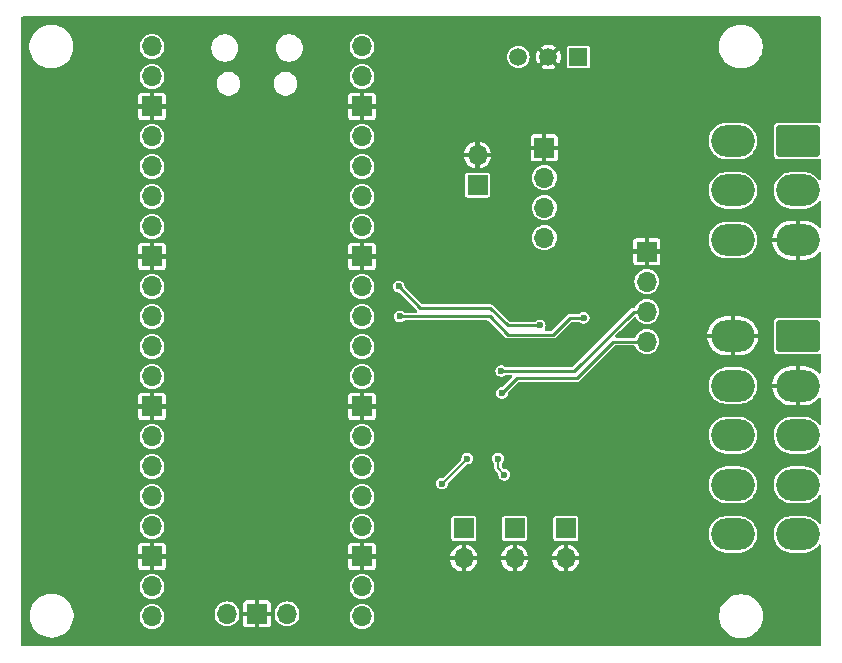
<source format=gbr>
%TF.GenerationSoftware,KiCad,Pcbnew,8.99.0-1896-g1e663268ac*%
%TF.CreationDate,2024-10-16T09:53:04+03:00*%
%TF.ProjectId,diagnostic_tester,64696167-6e6f-4737-9469-635f74657374,rev?*%
%TF.SameCoordinates,Original*%
%TF.FileFunction,Copper,L2,Bot*%
%TF.FilePolarity,Positive*%
%FSLAX46Y46*%
G04 Gerber Fmt 4.6, Leading zero omitted, Abs format (unit mm)*
G04 Created by KiCad (PCBNEW 8.99.0-1896-g1e663268ac) date 2024-10-16 09:53:04*
%MOMM*%
%LPD*%
G01*
G04 APERTURE LIST*
G04 Aperture macros list*
%AMRoundRect*
0 Rectangle with rounded corners*
0 $1 Rounding radius*
0 $2 $3 $4 $5 $6 $7 $8 $9 X,Y pos of 4 corners*
0 Add a 4 corners polygon primitive as box body*
4,1,4,$2,$3,$4,$5,$6,$7,$8,$9,$2,$3,0*
0 Add four circle primitives for the rounded corners*
1,1,$1+$1,$2,$3*
1,1,$1+$1,$4,$5*
1,1,$1+$1,$6,$7*
1,1,$1+$1,$8,$9*
0 Add four rect primitives between the rounded corners*
20,1,$1+$1,$2,$3,$4,$5,0*
20,1,$1+$1,$4,$5,$6,$7,0*
20,1,$1+$1,$6,$7,$8,$9,0*
20,1,$1+$1,$8,$9,$2,$3,0*%
G04 Aperture macros list end*
%TA.AperFunction,ComponentPad*%
%ADD10RoundRect,0.250001X-1.599999X1.099999X-1.599999X-1.099999X1.599999X-1.099999X1.599999X1.099999X0*%
%TD*%
%TA.AperFunction,ComponentPad*%
%ADD11O,3.700000X2.700000*%
%TD*%
%TA.AperFunction,ComponentPad*%
%ADD12R,1.700000X1.700000*%
%TD*%
%TA.AperFunction,ComponentPad*%
%ADD13O,1.700000X1.700000*%
%TD*%
%TA.AperFunction,ComponentPad*%
%ADD14R,1.500000X1.500000*%
%TD*%
%TA.AperFunction,ComponentPad*%
%ADD15C,1.500000*%
%TD*%
%TA.AperFunction,ViaPad*%
%ADD16C,0.600000*%
%TD*%
%TA.AperFunction,Conductor*%
%ADD17C,0.254000*%
%TD*%
%TA.AperFunction,Conductor*%
%ADD18C,0.200000*%
%TD*%
G04 APERTURE END LIST*
D10*
%TO.P,J5,1,Pin_1*%
%TO.N,unconnected-(J5-Pin_1-Pad1)*%
X109760000Y-63950000D03*
D11*
%TO.P,J5,2,Pin_2*%
%TO.N,GND*%
X109760000Y-68150000D03*
%TO.P,J5,3,Pin_3*%
%TO.N,unconnected-(J5-Pin_3-Pad3)*%
X109760000Y-72350000D03*
%TO.P,J5,4,Pin_4*%
%TO.N,/TX_MASTER*%
X109760000Y-76550000D03*
%TO.P,J5,5,Pin_5*%
%TO.N,unconnected-(J5-Pin_5-Pad5)*%
X109760000Y-80750000D03*
%TO.P,J5,6,Pin_6*%
%TO.N,GND*%
X104260000Y-63950000D03*
%TO.P,J5,7,Pin_7*%
%TO.N,unconnected-(J5-Pin_7-Pad7)*%
X104260000Y-68150000D03*
%TO.P,J5,8,Pin_8*%
%TO.N,unconnected-(J5-Pin_8-Pad8)*%
X104260000Y-72350000D03*
%TO.P,J5,9,Pin_9*%
%TO.N,unconnected-(J5-Pin_9-Pad9)*%
X104260000Y-76550000D03*
%TO.P,J5,10,Pin_10*%
%TO.N,unconnected-(J5-Pin_10-Pad10)*%
X104260000Y-80750000D03*
%TD*%
D12*
%TO.P,J7,1,Pin_1*%
%TO.N,GND*%
X88300000Y-48010000D03*
D13*
%TO.P,J7,2,Pin_2*%
%TO.N,+5V*%
X88300000Y-50550000D03*
%TO.P,J7,3,Pin_3*%
%TO.N,/LCD_SDA*%
X88300000Y-53090000D03*
%TO.P,J7,4,Pin_4*%
%TO.N,/LCD_SCL*%
X88300000Y-55630000D03*
%TD*%
D12*
%TO.P,J2,1,Pin_1*%
%TO.N,/Button2*%
X85785000Y-80235000D03*
D13*
%TO.P,J2,2,Pin_2*%
%TO.N,GND*%
X85785000Y-82775000D03*
%TD*%
D12*
%TO.P,J6,1,Pin_1*%
%TO.N,+3V3*%
X82650000Y-51175000D03*
D13*
%TO.P,J6,2,Pin_2*%
%TO.N,GND*%
X82650000Y-48635000D03*
%TD*%
D14*
%TO.P,U3,1,Vin*%
%TO.N,/+VIN_PROTECTED*%
X91190000Y-40330000D03*
D15*
%TO.P,U3,2,GND*%
%TO.N,GND*%
X88650000Y-40330000D03*
%TO.P,U3,3,Vout*%
%TO.N,+5V*%
X86110000Y-40330000D03*
%TD*%
D12*
%TO.P,J8,1,Pin_1*%
%TO.N,GND*%
X96980000Y-56800000D03*
D13*
%TO.P,J8,2,Pin_2*%
%TO.N,+24V*%
X96980000Y-59340000D03*
%TO.P,J8,3,Pin_3*%
%TO.N,/RX_SNIFFER*%
X96980000Y-61880000D03*
%TO.P,J8,4,Pin_4*%
%TO.N,/TX_SNIFFER*%
X96980000Y-64420000D03*
%TD*%
D10*
%TO.P,J4,1,Pin_1*%
%TO.N,unconnected-(J4-Pin_1-Pad1)*%
X109760000Y-47430000D03*
D11*
%TO.P,J4,2,Pin_2*%
%TO.N,unconnected-(J4-Pin_2-Pad2)*%
X109760000Y-51630000D03*
%TO.P,J4,3,Pin_3*%
%TO.N,GND*%
X109760000Y-55830000D03*
%TO.P,J4,4,Pin_4*%
%TO.N,unconnected-(J4-Pin_4-Pad4)*%
X104260000Y-47430000D03*
%TO.P,J4,5,Pin_5*%
%TO.N,/RX_MASTER*%
X104260000Y-51630000D03*
%TO.P,J4,6,Pin_6*%
%TO.N,+24V*%
X104260000Y-55830000D03*
%TD*%
D12*
%TO.P,J3,1,Pin_1*%
%TO.N,/Button3*%
X81485000Y-80235000D03*
D13*
%TO.P,J3,2,Pin_2*%
%TO.N,GND*%
X81485000Y-82775000D03*
%TD*%
%TO.P,U2,1,GPIO0*%
%TO.N,unconnected-(U2-GPIO0-Pad1)_1*%
X55085000Y-39440000D03*
%TO.P,U2,2,GPIO1*%
%TO.N,unconnected-(U2-GPIO1-Pad2)_1*%
X55085000Y-41980000D03*
D12*
%TO.P,U2,3,GND*%
%TO.N,GND*%
X55085000Y-44520000D03*
D13*
%TO.P,U2,4,GPIO2*%
%TO.N,unconnected-(U2-GPIO2-Pad4)*%
X55085000Y-47060000D03*
%TO.P,U2,5,GPIO3*%
%TO.N,unconnected-(U2-GPIO3-Pad5)*%
X55085000Y-49600000D03*
%TO.P,U2,6,GPIO4*%
%TO.N,unconnected-(U2-GPIO4-Pad6)*%
X55085000Y-52140000D03*
%TO.P,U2,7,GPIO5*%
%TO.N,unconnected-(U2-GPIO5-Pad7)_1*%
X55085000Y-54680000D03*
D12*
%TO.P,U2,8,GND*%
%TO.N,GND*%
X55085000Y-57220000D03*
D13*
%TO.P,U2,9,GPIO6*%
%TO.N,unconnected-(U2-GPIO6-Pad9)_1*%
X55085000Y-59760000D03*
%TO.P,U2,10,GPIO7*%
%TO.N,unconnected-(U2-GPIO7-Pad10)_1*%
X55085000Y-62300000D03*
%TO.P,U2,11,GPIO8*%
%TO.N,/TX1*%
X55085000Y-64840000D03*
%TO.P,U2,12,GPIO9*%
%TO.N,/RX1*%
X55085000Y-67380000D03*
D12*
%TO.P,U2,13,GND*%
%TO.N,GND*%
X55085000Y-69920000D03*
D13*
%TO.P,U2,14,GPIO10*%
%TO.N,unconnected-(U2-GPIO10-Pad14)*%
X55085000Y-72460000D03*
%TO.P,U2,15,GPIO11*%
%TO.N,unconnected-(U2-GPIO11-Pad15)_1*%
X55085000Y-75000000D03*
%TO.P,U2,16,GPIO12*%
%TO.N,unconnected-(U2-GPIO12-Pad16)_1*%
X55085000Y-77540000D03*
%TO.P,U2,17,GPIO13*%
%TO.N,unconnected-(U2-GPIO13-Pad17)*%
X55085000Y-80080000D03*
D12*
%TO.P,U2,18,GND*%
%TO.N,GND*%
X55085000Y-82620000D03*
D13*
%TO.P,U2,19,GPIO14*%
%TO.N,unconnected-(U2-GPIO14-Pad19)*%
X55085000Y-85160000D03*
%TO.P,U2,20,GPIO15*%
%TO.N,unconnected-(U2-GPIO15-Pad20)_1*%
X55085000Y-87700000D03*
%TO.P,U2,21,GPIO16*%
%TO.N,/TX0*%
X72865000Y-87700000D03*
%TO.P,U2,22,GPIO17*%
%TO.N,/RX0*%
X72865000Y-85160000D03*
D12*
%TO.P,U2,23,GND*%
%TO.N,GND*%
X72865000Y-82620000D03*
D13*
%TO.P,U2,24,GPIO18*%
%TO.N,/Button3*%
X72865000Y-80080000D03*
%TO.P,U2,25,GPIO19*%
%TO.N,/Button2*%
X72865000Y-77540000D03*
%TO.P,U2,26,GPIO20*%
%TO.N,/Button1*%
X72865000Y-75000000D03*
%TO.P,U2,27,GPIO21*%
%TO.N,unconnected-(U2-GPIO21-Pad27)_1*%
X72865000Y-72460000D03*
D12*
%TO.P,U2,28,GND*%
%TO.N,GND*%
X72865000Y-69920000D03*
D13*
%TO.P,U2,29,GPIO22*%
%TO.N,unconnected-(U2-GPIO22-Pad29)*%
X72865000Y-67380000D03*
%TO.P,U2,30,RUN*%
%TO.N,unconnected-(U2-RUN-Pad30)_1*%
X72865000Y-64840000D03*
%TO.P,U2,31,GPIO26_ADC0*%
%TO.N,/PICO_SDA*%
X72865000Y-62300000D03*
%TO.P,U2,32,GPIO27_ADC1*%
%TO.N,/PICO_SCL*%
X72865000Y-59760000D03*
D12*
%TO.P,U2,33,AGND*%
%TO.N,GND*%
X72865000Y-57220000D03*
D13*
%TO.P,U2,34,GPIO28_ADC2*%
%TO.N,unconnected-(U2-GPIO28_ADC2-Pad34)*%
X72865000Y-54680000D03*
%TO.P,U2,35,ADC_VREF*%
%TO.N,unconnected-(U2-ADC_VREF-Pad35)_1*%
X72865000Y-52140000D03*
%TO.P,U2,36,3V3*%
%TO.N,+3V3*%
X72865000Y-49600000D03*
%TO.P,U2,37,3V3_EN*%
%TO.N,unconnected-(U2-3V3_EN-Pad37)*%
X72865000Y-47060000D03*
D12*
%TO.P,U2,38,GND*%
%TO.N,GND*%
X72865000Y-44520000D03*
D13*
%TO.P,U2,39,VSYS*%
%TO.N,unconnected-(U2-VSYS-Pad39)_1*%
X72865000Y-41980000D03*
%TO.P,U2,40,VBUS*%
%TO.N,+5V*%
X72865000Y-39440000D03*
%TO.P,U2,41,SWCLK*%
%TO.N,unconnected-(U2-SWCLK-Pad41)*%
X61435000Y-87470000D03*
D12*
%TO.P,U2,42,GND*%
%TO.N,GND*%
X63975000Y-87470000D03*
D13*
%TO.P,U2,43,SWDIO*%
%TO.N,unconnected-(U2-SWDIO-Pad43)_1*%
X66515000Y-87470000D03*
%TD*%
D12*
%TO.P,J1,1,Pin_1*%
%TO.N,/Button1*%
X90125000Y-80235000D03*
D13*
%TO.P,J1,2,Pin_2*%
%TO.N,GND*%
X90125000Y-82775000D03*
%TD*%
D16*
%TO.N,/RX_SNIFFER*%
X84667000Y-66920000D03*
%TO.N,/TX_SNIFFER*%
X84700000Y-68780000D03*
%TO.N,GND*%
X90970000Y-69850000D03*
X96600000Y-42875000D03*
X88430000Y-42950000D03*
X79640000Y-47920000D03*
X96630000Y-54060000D03*
X83410000Y-77170000D03*
X86240000Y-42920000D03*
X85970000Y-58570000D03*
X95060000Y-54060000D03*
X93090000Y-69870000D03*
X92180000Y-42950000D03*
X93770000Y-61210000D03*
X93650000Y-66160000D03*
X87480000Y-77240000D03*
X91900000Y-77180000D03*
X97375000Y-42875000D03*
X79470000Y-41175000D03*
X77300000Y-47025000D03*
X91020000Y-73910000D03*
X80950000Y-41600000D03*
X90340000Y-42970000D03*
X79610000Y-42790000D03*
X95845000Y-54060000D03*
X81625000Y-41625000D03*
X95825000Y-42875000D03*
%TO.N,/PICO_SDA*%
X91625000Y-62415000D03*
X76080000Y-62300000D03*
%TO.N,/PICO_SCL*%
X87910000Y-63060000D03*
X75970000Y-59760000D03*
%TO.N,/Button2*%
X84910000Y-75690000D03*
X84380000Y-74340000D03*
%TO.N,/Button3*%
X79640000Y-76447031D03*
X81790000Y-74330000D03*
%TD*%
D17*
%TO.N,/RX_SNIFFER*%
X84667000Y-66920000D02*
X90820000Y-66920000D01*
X90820000Y-66920000D02*
X95860000Y-61880000D01*
X95860000Y-61880000D02*
X96980000Y-61880000D01*
%TO.N,/TX_SNIFFER*%
X85990000Y-67490000D02*
X91070000Y-67490000D01*
X84700000Y-68780000D02*
X85990000Y-67490000D01*
X94140000Y-64420000D02*
X96980000Y-64420000D01*
X91070000Y-67490000D02*
X94140000Y-64420000D01*
%TO.N,/PICO_SDA*%
X76080000Y-62300000D02*
X83667947Y-62300000D01*
X89021474Y-63828526D02*
X90435000Y-62415000D01*
X83667947Y-62300000D02*
X85108974Y-63741026D01*
X85196474Y-63828526D02*
X89021474Y-63828526D01*
X90435000Y-62415000D02*
X91625000Y-62415000D01*
X85108974Y-63741026D02*
X85196474Y-63828526D01*
%TO.N,/PICO_SCL*%
X83680000Y-61550000D02*
X85190000Y-63060000D01*
X85190000Y-63060000D02*
X87910000Y-63060000D01*
X75970000Y-59760000D02*
X77760000Y-61550000D01*
X77760000Y-61550000D02*
X83680000Y-61550000D01*
D18*
%TO.N,/Button2*%
X84380000Y-75160000D02*
X84910000Y-75690000D01*
X84380000Y-74340000D02*
X84380000Y-75160000D01*
%TO.N,/Button3*%
X79672969Y-76447031D02*
X81790000Y-74330000D01*
X79640000Y-76447031D02*
X79672969Y-76447031D01*
%TD*%
%TA.AperFunction,Conductor*%
%TO.N,GND*%
G36*
X111692539Y-36920185D02*
G01*
X111738294Y-36972989D01*
X111749500Y-37024500D01*
X111749500Y-45814763D01*
X111729815Y-45881802D01*
X111677011Y-45927557D01*
X111607853Y-45937501D01*
X111582060Y-45929110D01*
X111581653Y-45930276D01*
X111444695Y-45882353D01*
X111444698Y-45882353D01*
X111414268Y-45879500D01*
X108105741Y-45879500D01*
X108075301Y-45882354D01*
X108075300Y-45882354D01*
X107947118Y-45927206D01*
X107837850Y-46007850D01*
X107757206Y-46117118D01*
X107712353Y-46245302D01*
X107709500Y-46275731D01*
X107709500Y-48584258D01*
X107712354Y-48614698D01*
X107712354Y-48614699D01*
X107757206Y-48742881D01*
X107757207Y-48742882D01*
X107837850Y-48852150D01*
X107947118Y-48932793D01*
X108075302Y-48977646D01*
X108075301Y-48977646D01*
X108079271Y-48978018D01*
X108105735Y-48980500D01*
X111414264Y-48980499D01*
X111444698Y-48977646D01*
X111572882Y-48932793D01*
X111572881Y-48932793D01*
X111581653Y-48929724D01*
X111582639Y-48932544D01*
X111635994Y-48921681D01*
X111701127Y-48946968D01*
X111742249Y-49003455D01*
X111749500Y-49045236D01*
X111749500Y-50660619D01*
X111729815Y-50727658D01*
X111677011Y-50773413D01*
X111607853Y-50783357D01*
X111544297Y-50754332D01*
X111525182Y-50733504D01*
X111442660Y-50619923D01*
X111442656Y-50619918D01*
X111270081Y-50447343D01*
X111270076Y-50447339D01*
X111072642Y-50303896D01*
X111072641Y-50303895D01*
X111072639Y-50303894D01*
X110855185Y-50193096D01*
X110623076Y-50117679D01*
X110623074Y-50117678D01*
X110623072Y-50117678D01*
X110454769Y-50091021D01*
X110382027Y-50079500D01*
X109137973Y-50079500D01*
X109082093Y-50088350D01*
X108896927Y-50117678D01*
X108664812Y-50193097D01*
X108447357Y-50303896D01*
X108249923Y-50447339D01*
X108249918Y-50447343D01*
X108077343Y-50619918D01*
X108077339Y-50619923D01*
X107933896Y-50817357D01*
X107823097Y-51034812D01*
X107747678Y-51266927D01*
X107709500Y-51507973D01*
X107709500Y-51752026D01*
X107738332Y-51934066D01*
X107747679Y-51993076D01*
X107818914Y-52212315D01*
X107823097Y-52225187D01*
X107827399Y-52233631D01*
X107884620Y-52345934D01*
X107933896Y-52442642D01*
X108077339Y-52640076D01*
X108077343Y-52640081D01*
X108249918Y-52812656D01*
X108249923Y-52812660D01*
X108351432Y-52886410D01*
X108447361Y-52956106D01*
X108664815Y-53066904D01*
X108896924Y-53142321D01*
X109137973Y-53180500D01*
X109137974Y-53180500D01*
X110382026Y-53180500D01*
X110382027Y-53180500D01*
X110623076Y-53142321D01*
X110855185Y-53066904D01*
X111072639Y-52956106D01*
X111270083Y-52812655D01*
X111442655Y-52640083D01*
X111451093Y-52628468D01*
X111525182Y-52526495D01*
X111580511Y-52483829D01*
X111650125Y-52477850D01*
X111711920Y-52510455D01*
X111746277Y-52571294D01*
X111749500Y-52599380D01*
X111749500Y-54691340D01*
X111729815Y-54758379D01*
X111677011Y-54804134D01*
X111607853Y-54814078D01*
X111544297Y-54785053D01*
X111525182Y-54764226D01*
X111518550Y-54755098D01*
X111334901Y-54571449D01*
X111334896Y-54571445D01*
X111124791Y-54418796D01*
X110893377Y-54300883D01*
X110646377Y-54220629D01*
X110389857Y-54180000D01*
X109935000Y-54180000D01*
X109935000Y-54947177D01*
X109848642Y-54930000D01*
X109671358Y-54930000D01*
X109585000Y-54947177D01*
X109585000Y-54180000D01*
X109130143Y-54180000D01*
X108873622Y-54220629D01*
X108626622Y-54300883D01*
X108395208Y-54418796D01*
X108185103Y-54571445D01*
X108185098Y-54571449D01*
X108001449Y-54755098D01*
X108001445Y-54755103D01*
X107848796Y-54965208D01*
X107730883Y-55196622D01*
X107650629Y-55443622D01*
X107617150Y-55655000D01*
X108877177Y-55655000D01*
X108860000Y-55741358D01*
X108860000Y-55918642D01*
X108877177Y-56005000D01*
X107617150Y-56005000D01*
X107650629Y-56216377D01*
X107730883Y-56463377D01*
X107848796Y-56694791D01*
X108001445Y-56904896D01*
X108001449Y-56904901D01*
X108185098Y-57088550D01*
X108185103Y-57088554D01*
X108395208Y-57241203D01*
X108626622Y-57359116D01*
X108873622Y-57439370D01*
X109130143Y-57480000D01*
X109585000Y-57480000D01*
X109585000Y-56712822D01*
X109671358Y-56730000D01*
X109848642Y-56730000D01*
X109935000Y-56712822D01*
X109935000Y-57480000D01*
X110389857Y-57480000D01*
X110646377Y-57439370D01*
X110893377Y-57359116D01*
X111124791Y-57241203D01*
X111334896Y-57088554D01*
X111334901Y-57088550D01*
X111518550Y-56904901D01*
X111518554Y-56904896D01*
X111525180Y-56895777D01*
X111580508Y-56853109D01*
X111650121Y-56847128D01*
X111711917Y-56879732D01*
X111746277Y-56940570D01*
X111749500Y-56968659D01*
X111749500Y-62334763D01*
X111729815Y-62401802D01*
X111677011Y-62447557D01*
X111607853Y-62457501D01*
X111582060Y-62449110D01*
X111581653Y-62450276D01*
X111444695Y-62402353D01*
X111444698Y-62402353D01*
X111414268Y-62399500D01*
X108105741Y-62399500D01*
X108075301Y-62402354D01*
X108075300Y-62402354D01*
X107947118Y-62447206D01*
X107837850Y-62527850D01*
X107757206Y-62637118D01*
X107712353Y-62765302D01*
X107709500Y-62795731D01*
X107709500Y-65104258D01*
X107712354Y-65134698D01*
X107712354Y-65134699D01*
X107757206Y-65262881D01*
X107757207Y-65262882D01*
X107837850Y-65372150D01*
X107947118Y-65452793D01*
X108075302Y-65497646D01*
X108075301Y-65497646D01*
X108079271Y-65498018D01*
X108105735Y-65500500D01*
X111414264Y-65500499D01*
X111444698Y-65497646D01*
X111572882Y-65452793D01*
X111572881Y-65452793D01*
X111581653Y-65449724D01*
X111582639Y-65452544D01*
X111635994Y-65441681D01*
X111701127Y-65466968D01*
X111742249Y-65523455D01*
X111749500Y-65565236D01*
X111749500Y-67011340D01*
X111729815Y-67078379D01*
X111677011Y-67124134D01*
X111607853Y-67134078D01*
X111544297Y-67105053D01*
X111525182Y-67084226D01*
X111518550Y-67075098D01*
X111334901Y-66891449D01*
X111334896Y-66891445D01*
X111124791Y-66738796D01*
X110893377Y-66620883D01*
X110646377Y-66540629D01*
X110389857Y-66500000D01*
X109935000Y-66500000D01*
X109935000Y-67267177D01*
X109848642Y-67250000D01*
X109671358Y-67250000D01*
X109585000Y-67267177D01*
X109585000Y-66500000D01*
X109130143Y-66500000D01*
X108873622Y-66540629D01*
X108626622Y-66620883D01*
X108395208Y-66738796D01*
X108185103Y-66891445D01*
X108185098Y-66891449D01*
X108001449Y-67075098D01*
X108001445Y-67075103D01*
X107848796Y-67285208D01*
X107730883Y-67516622D01*
X107650629Y-67763622D01*
X107617150Y-67975000D01*
X108877177Y-67975000D01*
X108860000Y-68061358D01*
X108860000Y-68238642D01*
X108877177Y-68325000D01*
X107617150Y-68325000D01*
X107650629Y-68536377D01*
X107730883Y-68783377D01*
X107848796Y-69014791D01*
X108001445Y-69224896D01*
X108001449Y-69224901D01*
X108185098Y-69408550D01*
X108185103Y-69408554D01*
X108395208Y-69561203D01*
X108626622Y-69679116D01*
X108873622Y-69759370D01*
X109130143Y-69800000D01*
X109585000Y-69800000D01*
X109585000Y-69032822D01*
X109671358Y-69050000D01*
X109848642Y-69050000D01*
X109935000Y-69032822D01*
X109935000Y-69800000D01*
X110389857Y-69800000D01*
X110646377Y-69759370D01*
X110893377Y-69679116D01*
X111124791Y-69561203D01*
X111334896Y-69408554D01*
X111334901Y-69408550D01*
X111518550Y-69224901D01*
X111518554Y-69224896D01*
X111525180Y-69215777D01*
X111580508Y-69173109D01*
X111650121Y-69167128D01*
X111711917Y-69199732D01*
X111746277Y-69260570D01*
X111749500Y-69288659D01*
X111749500Y-71380619D01*
X111729815Y-71447658D01*
X111677011Y-71493413D01*
X111607853Y-71503357D01*
X111544297Y-71474332D01*
X111525182Y-71453504D01*
X111442660Y-71339923D01*
X111442656Y-71339918D01*
X111270081Y-71167343D01*
X111270076Y-71167339D01*
X111072642Y-71023896D01*
X111072641Y-71023895D01*
X111072639Y-71023894D01*
X110855185Y-70913096D01*
X110623076Y-70837679D01*
X110623074Y-70837678D01*
X110623072Y-70837678D01*
X110454769Y-70811021D01*
X110382027Y-70799500D01*
X109137973Y-70799500D01*
X109082093Y-70808350D01*
X108896927Y-70837678D01*
X108664812Y-70913097D01*
X108447357Y-71023896D01*
X108249923Y-71167339D01*
X108249918Y-71167343D01*
X108077343Y-71339918D01*
X108077339Y-71339923D01*
X107933896Y-71537357D01*
X107823097Y-71754812D01*
X107747678Y-71986927D01*
X107736731Y-72056043D01*
X107709500Y-72227973D01*
X107709500Y-72472027D01*
X107747679Y-72713076D01*
X107796702Y-72863954D01*
X107823097Y-72945187D01*
X107933896Y-73162642D01*
X108077339Y-73360076D01*
X108077343Y-73360081D01*
X108249918Y-73532656D01*
X108249923Y-73532660D01*
X108422136Y-73657779D01*
X108447361Y-73676106D01*
X108664815Y-73786904D01*
X108896924Y-73862321D01*
X109137973Y-73900500D01*
X109137974Y-73900500D01*
X110382026Y-73900500D01*
X110382027Y-73900500D01*
X110623076Y-73862321D01*
X110855185Y-73786904D01*
X111072639Y-73676106D01*
X111270083Y-73532655D01*
X111442655Y-73360083D01*
X111458930Y-73337682D01*
X111525182Y-73246495D01*
X111580511Y-73203829D01*
X111650125Y-73197850D01*
X111711920Y-73230455D01*
X111746277Y-73291294D01*
X111749500Y-73319380D01*
X111749500Y-75580619D01*
X111729815Y-75647658D01*
X111677011Y-75693413D01*
X111607853Y-75703357D01*
X111544297Y-75674332D01*
X111525182Y-75653504D01*
X111442660Y-75539923D01*
X111442656Y-75539918D01*
X111270081Y-75367343D01*
X111270076Y-75367339D01*
X111072642Y-75223896D01*
X111072641Y-75223895D01*
X111072639Y-75223894D01*
X110855185Y-75113096D01*
X110623076Y-75037679D01*
X110623074Y-75037678D01*
X110623072Y-75037678D01*
X110451635Y-75010525D01*
X110382027Y-74999500D01*
X109137973Y-74999500D01*
X109082093Y-75008350D01*
X108896927Y-75037678D01*
X108664812Y-75113097D01*
X108447357Y-75223896D01*
X108249923Y-75367339D01*
X108249918Y-75367343D01*
X108077343Y-75539918D01*
X108077339Y-75539923D01*
X107933896Y-75737357D01*
X107823097Y-75954812D01*
X107747678Y-76186927D01*
X107729045Y-76304574D01*
X107709500Y-76427973D01*
X107709500Y-76672027D01*
X107747679Y-76913076D01*
X107823096Y-77145185D01*
X107919335Y-77334066D01*
X107933896Y-77362642D01*
X108077339Y-77560076D01*
X108077343Y-77560081D01*
X108249918Y-77732656D01*
X108249923Y-77732660D01*
X108422136Y-77857779D01*
X108447361Y-77876106D01*
X108664815Y-77986904D01*
X108896924Y-78062321D01*
X109137973Y-78100500D01*
X109137974Y-78100500D01*
X110382026Y-78100500D01*
X110382027Y-78100500D01*
X110623076Y-78062321D01*
X110855185Y-77986904D01*
X111072639Y-77876106D01*
X111270083Y-77732655D01*
X111442655Y-77560083D01*
X111457246Y-77540000D01*
X111525182Y-77446495D01*
X111580511Y-77403829D01*
X111650125Y-77397850D01*
X111711920Y-77430455D01*
X111746277Y-77491294D01*
X111749500Y-77519380D01*
X111749500Y-79780619D01*
X111729815Y-79847658D01*
X111677011Y-79893413D01*
X111607853Y-79903357D01*
X111544297Y-79874332D01*
X111525182Y-79853504D01*
X111442660Y-79739923D01*
X111442656Y-79739918D01*
X111270081Y-79567343D01*
X111270076Y-79567339D01*
X111072642Y-79423896D01*
X111072641Y-79423895D01*
X111072639Y-79423894D01*
X110855185Y-79313096D01*
X110623076Y-79237679D01*
X110623074Y-79237678D01*
X110623072Y-79237678D01*
X110454769Y-79211021D01*
X110382027Y-79199500D01*
X109137973Y-79199500D01*
X109082093Y-79208350D01*
X108896927Y-79237678D01*
X108896924Y-79237679D01*
X108684288Y-79306769D01*
X108664812Y-79313097D01*
X108447357Y-79423896D01*
X108249923Y-79567339D01*
X108249918Y-79567343D01*
X108077343Y-79739918D01*
X108077339Y-79739923D01*
X107933896Y-79937357D01*
X107823097Y-80154812D01*
X107747678Y-80386927D01*
X107709500Y-80627973D01*
X107709500Y-80872026D01*
X107746360Y-81104752D01*
X107747679Y-81113076D01*
X107823096Y-81345185D01*
X107911258Y-81518214D01*
X107933896Y-81562642D01*
X108077339Y-81760076D01*
X108077343Y-81760081D01*
X108249918Y-81932656D01*
X108249923Y-81932660D01*
X108338381Y-81996928D01*
X108447361Y-82076106D01*
X108664815Y-82186904D01*
X108896924Y-82262321D01*
X109137973Y-82300500D01*
X109137974Y-82300500D01*
X110382026Y-82300500D01*
X110382027Y-82300500D01*
X110623076Y-82262321D01*
X110855185Y-82186904D01*
X111072639Y-82076106D01*
X111270083Y-81932655D01*
X111442655Y-81760083D01*
X111467995Y-81725205D01*
X111525182Y-81646495D01*
X111580511Y-81603829D01*
X111650125Y-81597850D01*
X111711920Y-81630455D01*
X111746277Y-81691294D01*
X111749500Y-81719380D01*
X111749500Y-90075500D01*
X111729815Y-90142539D01*
X111677011Y-90188294D01*
X111625500Y-90199500D01*
X44139500Y-90199500D01*
X44072461Y-90179815D01*
X44026706Y-90127011D01*
X44015500Y-90075500D01*
X44015500Y-87508711D01*
X44739500Y-87508711D01*
X44739500Y-87751288D01*
X44743449Y-87781288D01*
X44771162Y-87991789D01*
X44779201Y-88021789D01*
X44833947Y-88226104D01*
X44926773Y-88450205D01*
X44926777Y-88450214D01*
X44944098Y-88480214D01*
X45048064Y-88660289D01*
X45048066Y-88660292D01*
X45048067Y-88660293D01*
X45195733Y-88852736D01*
X45195739Y-88852743D01*
X45367256Y-89024260D01*
X45367262Y-89024265D01*
X45559711Y-89171936D01*
X45769788Y-89293224D01*
X45993900Y-89386054D01*
X46228211Y-89448838D01*
X46408586Y-89472584D01*
X46468711Y-89480500D01*
X46468712Y-89480500D01*
X46711289Y-89480500D01*
X46759388Y-89474167D01*
X46951789Y-89448838D01*
X47186100Y-89386054D01*
X47410212Y-89293224D01*
X47620289Y-89171936D01*
X47812738Y-89024265D01*
X47984265Y-88852738D01*
X48131936Y-88660289D01*
X48253224Y-88450212D01*
X48346054Y-88226100D01*
X48408838Y-87991789D01*
X48440500Y-87751288D01*
X48440500Y-87700000D01*
X54029417Y-87700000D01*
X54049699Y-87905932D01*
X54079734Y-88004944D01*
X54109768Y-88103954D01*
X54207315Y-88286450D01*
X54207317Y-88286452D01*
X54338589Y-88446410D01*
X54410348Y-88505300D01*
X54498550Y-88577685D01*
X54681046Y-88675232D01*
X54879066Y-88735300D01*
X54879065Y-88735300D01*
X54897529Y-88737118D01*
X55085000Y-88755583D01*
X55290934Y-88735300D01*
X55488954Y-88675232D01*
X55671450Y-88577685D01*
X55831410Y-88446410D01*
X55962685Y-88286450D01*
X56060232Y-88103954D01*
X56120300Y-87905934D01*
X56140583Y-87700000D01*
X56120300Y-87494066D01*
X56113000Y-87470000D01*
X60379417Y-87470000D01*
X60399699Y-87675932D01*
X60399700Y-87675934D01*
X60459768Y-87873954D01*
X60557315Y-88056450D01*
X60557317Y-88056452D01*
X60688589Y-88216410D01*
X60773934Y-88286450D01*
X60848550Y-88347685D01*
X61031046Y-88445232D01*
X61229066Y-88505300D01*
X61229065Y-88505300D01*
X61247529Y-88507118D01*
X61435000Y-88525583D01*
X61640934Y-88505300D01*
X61838954Y-88445232D01*
X62021450Y-88347685D01*
X62181410Y-88216410D01*
X62312685Y-88056450D01*
X62410232Y-87873954D01*
X62470300Y-87675934D01*
X62490583Y-87470000D01*
X62470300Y-87264066D01*
X62410232Y-87066046D01*
X62312685Y-86883550D01*
X62252155Y-86809794D01*
X62181410Y-86723589D01*
X62021452Y-86592317D01*
X62021453Y-86592317D01*
X62021450Y-86592315D01*
X61989440Y-86575205D01*
X62825000Y-86575205D01*
X62825000Y-87295000D01*
X63493900Y-87295000D01*
X63465000Y-87402857D01*
X63465000Y-87537143D01*
X63493900Y-87645000D01*
X62825001Y-87645000D01*
X62825001Y-88364785D01*
X62825002Y-88364808D01*
X62827908Y-88389869D01*
X62827909Y-88389873D01*
X62873211Y-88492474D01*
X62873214Y-88492479D01*
X62952520Y-88571785D01*
X62952525Y-88571788D01*
X63055123Y-88617089D01*
X63080206Y-88619999D01*
X63799999Y-88619999D01*
X63800000Y-88619998D01*
X63800000Y-87951100D01*
X63907857Y-87980000D01*
X64042143Y-87980000D01*
X64150000Y-87951100D01*
X64150000Y-88619999D01*
X64869786Y-88619999D01*
X64869808Y-88619997D01*
X64894869Y-88617091D01*
X64894873Y-88617090D01*
X64997474Y-88571788D01*
X64997479Y-88571785D01*
X65076785Y-88492479D01*
X65076788Y-88492474D01*
X65122089Y-88389877D01*
X65122089Y-88389875D01*
X65124999Y-88364794D01*
X65125000Y-88364791D01*
X65125000Y-87645000D01*
X64456100Y-87645000D01*
X64485000Y-87537143D01*
X64485000Y-87470000D01*
X65459417Y-87470000D01*
X65479699Y-87675932D01*
X65479700Y-87675934D01*
X65539768Y-87873954D01*
X65637315Y-88056450D01*
X65637317Y-88056452D01*
X65768589Y-88216410D01*
X65853934Y-88286450D01*
X65928550Y-88347685D01*
X66111046Y-88445232D01*
X66309066Y-88505300D01*
X66309065Y-88505300D01*
X66327529Y-88507118D01*
X66515000Y-88525583D01*
X66720934Y-88505300D01*
X66918954Y-88445232D01*
X67101450Y-88347685D01*
X67261410Y-88216410D01*
X67392685Y-88056450D01*
X67490232Y-87873954D01*
X67543000Y-87700000D01*
X71809417Y-87700000D01*
X71829699Y-87905932D01*
X71859734Y-88004944D01*
X71889768Y-88103954D01*
X71987315Y-88286450D01*
X71987317Y-88286452D01*
X72118589Y-88446410D01*
X72190348Y-88505300D01*
X72278550Y-88577685D01*
X72461046Y-88675232D01*
X72659066Y-88735300D01*
X72659065Y-88735300D01*
X72677529Y-88737118D01*
X72865000Y-88755583D01*
X73070934Y-88735300D01*
X73268954Y-88675232D01*
X73451450Y-88577685D01*
X73611410Y-88446410D01*
X73742685Y-88286450D01*
X73840232Y-88103954D01*
X73900300Y-87905934D01*
X73920583Y-87700000D01*
X73904697Y-87538711D01*
X103109500Y-87538711D01*
X103109500Y-87781288D01*
X103125909Y-87905934D01*
X103141162Y-88021789D01*
X103150450Y-88056452D01*
X103203947Y-88256104D01*
X103284350Y-88450214D01*
X103296776Y-88480212D01*
X103418064Y-88690289D01*
X103418066Y-88690292D01*
X103418067Y-88690293D01*
X103565733Y-88882736D01*
X103565739Y-88882743D01*
X103737256Y-89054260D01*
X103737262Y-89054265D01*
X103929711Y-89201936D01*
X104139788Y-89323224D01*
X104363900Y-89416054D01*
X104598211Y-89478838D01*
X104778586Y-89502584D01*
X104838711Y-89510500D01*
X104838712Y-89510500D01*
X105081289Y-89510500D01*
X105129388Y-89504167D01*
X105321789Y-89478838D01*
X105556100Y-89416054D01*
X105780212Y-89323224D01*
X105990289Y-89201936D01*
X106182738Y-89054265D01*
X106354265Y-88882738D01*
X106501936Y-88690289D01*
X106623224Y-88480212D01*
X106716054Y-88256100D01*
X106778838Y-88021789D01*
X106810500Y-87781288D01*
X106810500Y-87538712D01*
X106810293Y-87537143D01*
X106801454Y-87470000D01*
X106778838Y-87298211D01*
X106716054Y-87063900D01*
X106623224Y-86839788D01*
X106501936Y-86629711D01*
X106354265Y-86437262D01*
X106354260Y-86437256D01*
X106182743Y-86265739D01*
X106182736Y-86265733D01*
X105990293Y-86118067D01*
X105990292Y-86118066D01*
X105990289Y-86118064D01*
X105780212Y-85996776D01*
X105780205Y-85996773D01*
X105556104Y-85903947D01*
X105321785Y-85841161D01*
X105081289Y-85809500D01*
X105081288Y-85809500D01*
X104838712Y-85809500D01*
X104838711Y-85809500D01*
X104598214Y-85841161D01*
X104363895Y-85903947D01*
X104139794Y-85996773D01*
X104139785Y-85996777D01*
X103929706Y-86118067D01*
X103737263Y-86265733D01*
X103737256Y-86265739D01*
X103565739Y-86437256D01*
X103565733Y-86437263D01*
X103418067Y-86629706D01*
X103418064Y-86629710D01*
X103418064Y-86629711D01*
X103401817Y-86657851D01*
X103296777Y-86839785D01*
X103296773Y-86839794D01*
X103203947Y-87063895D01*
X103141161Y-87298214D01*
X103109500Y-87538711D01*
X73904697Y-87538711D01*
X73900300Y-87494066D01*
X73840232Y-87296046D01*
X73742685Y-87113550D01*
X73677314Y-87033895D01*
X73611410Y-86953589D01*
X73451452Y-86822317D01*
X73451453Y-86822317D01*
X73451450Y-86822315D01*
X73268954Y-86724768D01*
X73070934Y-86664700D01*
X73070932Y-86664699D01*
X73070934Y-86664699D01*
X72865000Y-86644417D01*
X72659067Y-86664699D01*
X72483692Y-86717898D01*
X72464930Y-86723590D01*
X72461043Y-86724769D01*
X72350898Y-86783643D01*
X72278550Y-86822315D01*
X72278548Y-86822316D01*
X72278547Y-86822317D01*
X72118589Y-86953589D01*
X71987317Y-87113547D01*
X71889769Y-87296043D01*
X71829699Y-87494067D01*
X71809417Y-87700000D01*
X67543000Y-87700000D01*
X67550300Y-87675934D01*
X67570583Y-87470000D01*
X67550300Y-87264066D01*
X67490232Y-87066046D01*
X67392685Y-86883550D01*
X67332155Y-86809794D01*
X67261410Y-86723589D01*
X67101452Y-86592317D01*
X67101453Y-86592317D01*
X67101450Y-86592315D01*
X66918954Y-86494768D01*
X66720934Y-86434700D01*
X66720932Y-86434699D01*
X66720934Y-86434699D01*
X66515000Y-86414417D01*
X66309067Y-86434699D01*
X66111043Y-86494769D01*
X66007487Y-86550122D01*
X65928550Y-86592315D01*
X65928548Y-86592316D01*
X65928547Y-86592317D01*
X65768589Y-86723589D01*
X65637317Y-86883547D01*
X65539769Y-87066043D01*
X65479699Y-87264067D01*
X65459417Y-87470000D01*
X64485000Y-87470000D01*
X64485000Y-87402857D01*
X64456100Y-87295000D01*
X65124999Y-87295000D01*
X65124999Y-86575214D01*
X65124997Y-86575191D01*
X65122091Y-86550130D01*
X65122090Y-86550126D01*
X65076788Y-86447525D01*
X65076785Y-86447520D01*
X64997479Y-86368214D01*
X64997474Y-86368211D01*
X64894876Y-86322910D01*
X64869794Y-86320000D01*
X64150000Y-86320000D01*
X64150000Y-86988899D01*
X64042143Y-86960000D01*
X63907857Y-86960000D01*
X63800000Y-86988899D01*
X63800000Y-86320000D01*
X63080214Y-86320000D01*
X63080191Y-86320002D01*
X63055130Y-86322908D01*
X63055126Y-86322909D01*
X62952525Y-86368211D01*
X62952520Y-86368214D01*
X62873214Y-86447520D01*
X62873211Y-86447525D01*
X62827910Y-86550122D01*
X62827910Y-86550124D01*
X62825000Y-86575205D01*
X61989440Y-86575205D01*
X61838954Y-86494768D01*
X61640934Y-86434700D01*
X61640932Y-86434699D01*
X61640934Y-86434699D01*
X61435000Y-86414417D01*
X61229067Y-86434699D01*
X61031043Y-86494769D01*
X60927487Y-86550122D01*
X60848550Y-86592315D01*
X60848548Y-86592316D01*
X60848547Y-86592317D01*
X60688589Y-86723589D01*
X60557317Y-86883547D01*
X60459769Y-87066043D01*
X60399699Y-87264067D01*
X60379417Y-87470000D01*
X56113000Y-87470000D01*
X56060232Y-87296046D01*
X55962685Y-87113550D01*
X55897314Y-87033895D01*
X55831410Y-86953589D01*
X55671452Y-86822317D01*
X55671453Y-86822317D01*
X55671450Y-86822315D01*
X55488954Y-86724768D01*
X55290934Y-86664700D01*
X55290932Y-86664699D01*
X55290934Y-86664699D01*
X55085000Y-86644417D01*
X54879067Y-86664699D01*
X54703692Y-86717898D01*
X54684930Y-86723590D01*
X54681043Y-86724769D01*
X54570898Y-86783643D01*
X54498550Y-86822315D01*
X54498548Y-86822316D01*
X54498547Y-86822317D01*
X54338589Y-86953589D01*
X54207317Y-87113547D01*
X54109769Y-87296043D01*
X54049699Y-87494067D01*
X54029417Y-87700000D01*
X48440500Y-87700000D01*
X48440500Y-87508712D01*
X48408838Y-87268211D01*
X48346054Y-87033900D01*
X48253224Y-86809788D01*
X48131936Y-86599711D01*
X47984265Y-86407262D01*
X47984260Y-86407256D01*
X47812743Y-86235739D01*
X47812736Y-86235733D01*
X47620293Y-86088067D01*
X47620292Y-86088066D01*
X47620289Y-86088064D01*
X47410212Y-85966776D01*
X47410205Y-85966773D01*
X47186104Y-85873947D01*
X46951785Y-85811161D01*
X46711289Y-85779500D01*
X46711288Y-85779500D01*
X46468712Y-85779500D01*
X46468711Y-85779500D01*
X46228214Y-85811161D01*
X45993895Y-85873947D01*
X45769794Y-85966773D01*
X45769785Y-85966777D01*
X45559706Y-86088067D01*
X45367263Y-86235733D01*
X45367256Y-86235739D01*
X45195739Y-86407256D01*
X45195733Y-86407263D01*
X45048067Y-86599706D01*
X44926777Y-86809785D01*
X44926773Y-86809794D01*
X44833947Y-87033895D01*
X44771161Y-87268214D01*
X44739500Y-87508711D01*
X44015500Y-87508711D01*
X44015500Y-85160000D01*
X54029417Y-85160000D01*
X54049699Y-85365932D01*
X54049700Y-85365934D01*
X54109768Y-85563954D01*
X54207315Y-85746450D01*
X54207317Y-85746452D01*
X54338589Y-85906410D01*
X54412148Y-85966777D01*
X54498550Y-86037685D01*
X54681046Y-86135232D01*
X54879066Y-86195300D01*
X54879065Y-86195300D01*
X54897529Y-86197118D01*
X55085000Y-86215583D01*
X55290934Y-86195300D01*
X55488954Y-86135232D01*
X55671450Y-86037685D01*
X55831410Y-85906410D01*
X55962685Y-85746450D01*
X56060232Y-85563954D01*
X56120300Y-85365934D01*
X56140583Y-85160000D01*
X71809417Y-85160000D01*
X71829699Y-85365932D01*
X71829700Y-85365934D01*
X71889768Y-85563954D01*
X71987315Y-85746450D01*
X71987317Y-85746452D01*
X72118589Y-85906410D01*
X72192148Y-85966777D01*
X72278550Y-86037685D01*
X72461046Y-86135232D01*
X72659066Y-86195300D01*
X72659065Y-86195300D01*
X72677529Y-86197118D01*
X72865000Y-86215583D01*
X73070934Y-86195300D01*
X73268954Y-86135232D01*
X73451450Y-86037685D01*
X73611410Y-85906410D01*
X73742685Y-85746450D01*
X73840232Y-85563954D01*
X73900300Y-85365934D01*
X73920583Y-85160000D01*
X73900300Y-84954066D01*
X73840232Y-84756046D01*
X73742685Y-84573550D01*
X73690702Y-84510209D01*
X73611410Y-84413589D01*
X73451452Y-84282317D01*
X73451453Y-84282317D01*
X73451450Y-84282315D01*
X73268954Y-84184768D01*
X73070934Y-84124700D01*
X73070932Y-84124699D01*
X73070934Y-84124699D01*
X72865000Y-84104417D01*
X72659067Y-84124699D01*
X72461043Y-84184769D01*
X72350898Y-84243643D01*
X72278550Y-84282315D01*
X72278548Y-84282316D01*
X72278547Y-84282317D01*
X72118589Y-84413589D01*
X71987317Y-84573547D01*
X71889769Y-84756043D01*
X71829699Y-84954067D01*
X71809417Y-85160000D01*
X56140583Y-85160000D01*
X56120300Y-84954066D01*
X56060232Y-84756046D01*
X55962685Y-84573550D01*
X55910702Y-84510209D01*
X55831410Y-84413589D01*
X55671452Y-84282317D01*
X55671453Y-84282317D01*
X55671450Y-84282315D01*
X55488954Y-84184768D01*
X55290934Y-84124700D01*
X55290932Y-84124699D01*
X55290934Y-84124699D01*
X55085000Y-84104417D01*
X54879067Y-84124699D01*
X54681043Y-84184769D01*
X54570898Y-84243643D01*
X54498550Y-84282315D01*
X54498548Y-84282316D01*
X54498547Y-84282317D01*
X54338589Y-84413589D01*
X54207317Y-84573547D01*
X54109769Y-84756043D01*
X54049699Y-84954067D01*
X54029417Y-85160000D01*
X44015500Y-85160000D01*
X44015500Y-81725205D01*
X53935000Y-81725205D01*
X53935000Y-82445000D01*
X54603900Y-82445000D01*
X54575000Y-82552857D01*
X54575000Y-82687143D01*
X54603900Y-82795000D01*
X53935001Y-82795000D01*
X53935001Y-83514785D01*
X53935002Y-83514808D01*
X53937908Y-83539869D01*
X53937909Y-83539873D01*
X53983211Y-83642474D01*
X53983214Y-83642479D01*
X54062520Y-83721785D01*
X54062525Y-83721788D01*
X54165123Y-83767089D01*
X54190206Y-83769999D01*
X54909999Y-83769999D01*
X54910000Y-83769998D01*
X54910000Y-83101100D01*
X55017857Y-83130000D01*
X55152143Y-83130000D01*
X55260000Y-83101100D01*
X55260000Y-83769999D01*
X55979786Y-83769999D01*
X55979808Y-83769997D01*
X56004869Y-83767091D01*
X56004873Y-83767090D01*
X56107474Y-83721788D01*
X56107479Y-83721785D01*
X56186785Y-83642479D01*
X56186788Y-83642474D01*
X56232089Y-83539877D01*
X56232089Y-83539875D01*
X56234999Y-83514794D01*
X56235000Y-83514791D01*
X56235000Y-82795000D01*
X55566100Y-82795000D01*
X55595000Y-82687143D01*
X55595000Y-82552857D01*
X55566100Y-82445000D01*
X56234999Y-82445000D01*
X56234999Y-81725214D01*
X56234998Y-81725205D01*
X71715000Y-81725205D01*
X71715000Y-82445000D01*
X72383900Y-82445000D01*
X72355000Y-82552857D01*
X72355000Y-82687143D01*
X72383900Y-82795000D01*
X71715001Y-82795000D01*
X71715001Y-83514785D01*
X71715002Y-83514808D01*
X71717908Y-83539869D01*
X71717909Y-83539873D01*
X71763211Y-83642474D01*
X71763214Y-83642479D01*
X71842520Y-83721785D01*
X71842525Y-83721788D01*
X71945123Y-83767089D01*
X71970206Y-83769999D01*
X72689999Y-83769999D01*
X72690000Y-83769998D01*
X72690000Y-83101100D01*
X72797857Y-83130000D01*
X72932143Y-83130000D01*
X73040000Y-83101100D01*
X73040000Y-83769999D01*
X73759786Y-83769999D01*
X73759808Y-83769997D01*
X73784869Y-83767091D01*
X73784873Y-83767090D01*
X73887474Y-83721788D01*
X73887479Y-83721785D01*
X73966785Y-83642479D01*
X73966788Y-83642474D01*
X74012089Y-83539877D01*
X74012089Y-83539875D01*
X74014999Y-83514794D01*
X74015000Y-83514791D01*
X74015000Y-82795000D01*
X73346100Y-82795000D01*
X73375000Y-82687143D01*
X73375000Y-82599999D01*
X80346289Y-82599999D01*
X80346289Y-82600000D01*
X81014254Y-82600000D01*
X80985000Y-82709174D01*
X80985000Y-82840826D01*
X81014254Y-82950000D01*
X80346289Y-82950000D01*
X80349737Y-82987212D01*
X80349739Y-82987222D01*
X80408058Y-83192196D01*
X80408066Y-83192216D01*
X80503059Y-83382989D01*
X80631500Y-83553071D01*
X80789000Y-83696651D01*
X80789002Y-83696653D01*
X80970201Y-83808846D01*
X80970207Y-83808849D01*
X81168936Y-83885837D01*
X81310000Y-83912205D01*
X81310000Y-83245746D01*
X81419174Y-83275000D01*
X81550826Y-83275000D01*
X81660000Y-83245746D01*
X81660000Y-83912205D01*
X81801063Y-83885837D01*
X81999792Y-83808849D01*
X81999798Y-83808846D01*
X82180997Y-83696653D01*
X82180999Y-83696651D01*
X82338499Y-83553071D01*
X82466940Y-83382989D01*
X82561933Y-83192216D01*
X82561941Y-83192196D01*
X82620260Y-82987222D01*
X82620262Y-82987212D01*
X82623710Y-82950000D01*
X81955746Y-82950000D01*
X81985000Y-82840826D01*
X81985000Y-82709174D01*
X81955746Y-82600000D01*
X82623711Y-82600000D01*
X82623710Y-82599999D01*
X84646289Y-82599999D01*
X84646289Y-82600000D01*
X85314254Y-82600000D01*
X85285000Y-82709174D01*
X85285000Y-82840826D01*
X85314254Y-82950000D01*
X84646289Y-82950000D01*
X84649737Y-82987212D01*
X84649739Y-82987222D01*
X84708058Y-83192196D01*
X84708066Y-83192216D01*
X84803059Y-83382989D01*
X84931500Y-83553071D01*
X85089000Y-83696651D01*
X85089002Y-83696653D01*
X85270201Y-83808846D01*
X85270207Y-83808849D01*
X85468936Y-83885837D01*
X85610000Y-83912205D01*
X85610000Y-83245746D01*
X85719174Y-83275000D01*
X85850826Y-83275000D01*
X85960000Y-83245746D01*
X85960000Y-83912205D01*
X86101063Y-83885837D01*
X86299792Y-83808849D01*
X86299798Y-83808846D01*
X86480997Y-83696653D01*
X86480999Y-83696651D01*
X86638499Y-83553071D01*
X86766940Y-83382989D01*
X86861933Y-83192216D01*
X86861941Y-83192196D01*
X86920260Y-82987222D01*
X86920262Y-82987212D01*
X86923710Y-82950000D01*
X86255746Y-82950000D01*
X86285000Y-82840826D01*
X86285000Y-82709174D01*
X86255746Y-82600000D01*
X86923711Y-82600000D01*
X86923710Y-82599999D01*
X88986289Y-82599999D01*
X88986289Y-82600000D01*
X89654254Y-82600000D01*
X89625000Y-82709174D01*
X89625000Y-82840826D01*
X89654254Y-82950000D01*
X88986289Y-82950000D01*
X88989737Y-82987212D01*
X88989739Y-82987222D01*
X89048058Y-83192196D01*
X89048066Y-83192216D01*
X89143059Y-83382989D01*
X89271500Y-83553071D01*
X89429000Y-83696651D01*
X89429002Y-83696653D01*
X89610201Y-83808846D01*
X89610207Y-83808849D01*
X89808936Y-83885837D01*
X89950000Y-83912205D01*
X89950000Y-83245746D01*
X90059174Y-83275000D01*
X90190826Y-83275000D01*
X90300000Y-83245746D01*
X90300000Y-83912205D01*
X90441063Y-83885837D01*
X90639792Y-83808849D01*
X90639798Y-83808846D01*
X90820997Y-83696653D01*
X90820999Y-83696651D01*
X90978499Y-83553071D01*
X91106940Y-83382989D01*
X91201933Y-83192216D01*
X91201941Y-83192196D01*
X91260260Y-82987222D01*
X91260262Y-82987212D01*
X91263710Y-82950000D01*
X90595746Y-82950000D01*
X90625000Y-82840826D01*
X90625000Y-82709174D01*
X90595746Y-82600000D01*
X91263711Y-82600000D01*
X91263710Y-82599999D01*
X91260262Y-82562787D01*
X91260260Y-82562777D01*
X91201941Y-82357803D01*
X91201933Y-82357783D01*
X91106940Y-82167010D01*
X90978499Y-81996928D01*
X90820999Y-81853348D01*
X90820997Y-81853346D01*
X90639798Y-81741153D01*
X90639789Y-81741149D01*
X90441063Y-81664163D01*
X90441058Y-81664162D01*
X90300000Y-81637793D01*
X90300000Y-82304253D01*
X90190826Y-82275000D01*
X90059174Y-82275000D01*
X89950000Y-82304253D01*
X89950000Y-81637793D01*
X89808941Y-81664162D01*
X89808936Y-81664163D01*
X89610210Y-81741149D01*
X89610201Y-81741153D01*
X89429002Y-81853346D01*
X89429000Y-81853348D01*
X89271500Y-81996928D01*
X89143059Y-82167010D01*
X89048066Y-82357783D01*
X89048058Y-82357803D01*
X88989739Y-82562777D01*
X88989737Y-82562787D01*
X88986289Y-82599999D01*
X86923710Y-82599999D01*
X86920262Y-82562787D01*
X86920260Y-82562777D01*
X86861941Y-82357803D01*
X86861933Y-82357783D01*
X86766940Y-82167010D01*
X86638499Y-81996928D01*
X86480999Y-81853348D01*
X86480997Y-81853346D01*
X86299798Y-81741153D01*
X86299789Y-81741149D01*
X86101063Y-81664163D01*
X86101058Y-81664162D01*
X85960000Y-81637793D01*
X85960000Y-82304253D01*
X85850826Y-82275000D01*
X85719174Y-82275000D01*
X85610000Y-82304253D01*
X85610000Y-81637793D01*
X85468941Y-81664162D01*
X85468936Y-81664163D01*
X85270210Y-81741149D01*
X85270201Y-81741153D01*
X85089002Y-81853346D01*
X85089000Y-81853348D01*
X84931500Y-81996928D01*
X84803059Y-82167010D01*
X84708066Y-82357783D01*
X84708058Y-82357803D01*
X84649739Y-82562777D01*
X84649737Y-82562787D01*
X84646289Y-82599999D01*
X82623710Y-82599999D01*
X82620262Y-82562787D01*
X82620260Y-82562777D01*
X82561941Y-82357803D01*
X82561933Y-82357783D01*
X82466940Y-82167010D01*
X82338499Y-81996928D01*
X82180999Y-81853348D01*
X82180997Y-81853346D01*
X81999798Y-81741153D01*
X81999789Y-81741149D01*
X81801063Y-81664163D01*
X81801058Y-81664162D01*
X81660000Y-81637793D01*
X81660000Y-82304253D01*
X81550826Y-82275000D01*
X81419174Y-82275000D01*
X81310000Y-82304253D01*
X81310000Y-81637793D01*
X81168941Y-81664162D01*
X81168936Y-81664163D01*
X80970210Y-81741149D01*
X80970201Y-81741153D01*
X80789002Y-81853346D01*
X80789000Y-81853348D01*
X80631500Y-81996928D01*
X80503059Y-82167010D01*
X80408066Y-82357783D01*
X80408058Y-82357803D01*
X80349739Y-82562777D01*
X80349737Y-82562787D01*
X80346289Y-82599999D01*
X73375000Y-82599999D01*
X73375000Y-82552857D01*
X73346100Y-82445000D01*
X74014999Y-82445000D01*
X74014999Y-81725214D01*
X74014997Y-81725191D01*
X74012091Y-81700130D01*
X74012090Y-81700126D01*
X73966788Y-81597525D01*
X73966785Y-81597520D01*
X73887479Y-81518214D01*
X73887474Y-81518211D01*
X73784876Y-81472910D01*
X73759794Y-81470000D01*
X73040000Y-81470000D01*
X73040000Y-82138899D01*
X72932143Y-82110000D01*
X72797857Y-82110000D01*
X72690000Y-82138899D01*
X72690000Y-81470000D01*
X71970214Y-81470000D01*
X71970191Y-81470002D01*
X71945130Y-81472908D01*
X71945126Y-81472909D01*
X71842525Y-81518211D01*
X71842520Y-81518214D01*
X71763214Y-81597520D01*
X71763211Y-81597525D01*
X71717910Y-81700122D01*
X71717910Y-81700124D01*
X71715000Y-81725205D01*
X56234998Y-81725205D01*
X56234997Y-81725191D01*
X56232091Y-81700130D01*
X56232090Y-81700126D01*
X56186788Y-81597525D01*
X56186785Y-81597520D01*
X56107479Y-81518214D01*
X56107474Y-81518211D01*
X56004876Y-81472910D01*
X55979794Y-81470000D01*
X55260000Y-81470000D01*
X55260000Y-82138899D01*
X55152143Y-82110000D01*
X55017857Y-82110000D01*
X54910000Y-82138899D01*
X54910000Y-81470000D01*
X54190214Y-81470000D01*
X54190191Y-81470002D01*
X54165130Y-81472908D01*
X54165126Y-81472909D01*
X54062525Y-81518211D01*
X54062520Y-81518214D01*
X53983214Y-81597520D01*
X53983211Y-81597525D01*
X53937910Y-81700122D01*
X53937910Y-81700124D01*
X53935000Y-81725205D01*
X44015500Y-81725205D01*
X44015500Y-80080000D01*
X54029417Y-80080000D01*
X54049699Y-80285932D01*
X54049700Y-80285934D01*
X54109768Y-80483954D01*
X54207315Y-80666450D01*
X54207317Y-80666452D01*
X54338589Y-80826410D01*
X54435209Y-80905702D01*
X54498550Y-80957685D01*
X54681046Y-81055232D01*
X54879066Y-81115300D01*
X54879065Y-81115300D01*
X54897529Y-81117118D01*
X55085000Y-81135583D01*
X55290934Y-81115300D01*
X55488954Y-81055232D01*
X55671450Y-80957685D01*
X55831410Y-80826410D01*
X55962685Y-80666450D01*
X56060232Y-80483954D01*
X56120300Y-80285934D01*
X56140583Y-80080000D01*
X71809417Y-80080000D01*
X71829699Y-80285932D01*
X71829700Y-80285934D01*
X71889768Y-80483954D01*
X71987315Y-80666450D01*
X71987317Y-80666452D01*
X72118589Y-80826410D01*
X72215209Y-80905702D01*
X72278550Y-80957685D01*
X72461046Y-81055232D01*
X72659066Y-81115300D01*
X72659065Y-81115300D01*
X72677529Y-81117118D01*
X72865000Y-81135583D01*
X73070934Y-81115300D01*
X73268954Y-81055232D01*
X73451450Y-80957685D01*
X73611410Y-80826410D01*
X73742685Y-80666450D01*
X73840232Y-80483954D01*
X73900300Y-80285934D01*
X73920583Y-80080000D01*
X73900300Y-79874066D01*
X73840232Y-79676046D01*
X73742685Y-79493550D01*
X73685520Y-79423894D01*
X73637391Y-79365247D01*
X80434500Y-79365247D01*
X80434500Y-81104752D01*
X80446131Y-81163229D01*
X80446132Y-81163230D01*
X80490447Y-81229552D01*
X80556769Y-81273867D01*
X80556770Y-81273868D01*
X80615247Y-81285499D01*
X80615250Y-81285500D01*
X80615252Y-81285500D01*
X82354750Y-81285500D01*
X82354751Y-81285499D01*
X82369568Y-81282552D01*
X82413229Y-81273868D01*
X82413229Y-81273867D01*
X82413231Y-81273867D01*
X82479552Y-81229552D01*
X82523867Y-81163231D01*
X82523867Y-81163229D01*
X82523868Y-81163229D01*
X82535499Y-81104752D01*
X82535500Y-81104750D01*
X82535500Y-79365249D01*
X82535499Y-79365247D01*
X84734500Y-79365247D01*
X84734500Y-81104752D01*
X84746131Y-81163229D01*
X84746132Y-81163230D01*
X84790447Y-81229552D01*
X84856769Y-81273867D01*
X84856770Y-81273868D01*
X84915247Y-81285499D01*
X84915250Y-81285500D01*
X84915252Y-81285500D01*
X86654750Y-81285500D01*
X86654751Y-81285499D01*
X86669568Y-81282552D01*
X86713229Y-81273868D01*
X86713229Y-81273867D01*
X86713231Y-81273867D01*
X86779552Y-81229552D01*
X86823867Y-81163231D01*
X86823867Y-81163229D01*
X86823868Y-81163229D01*
X86835499Y-81104752D01*
X86835500Y-81104750D01*
X86835500Y-79365249D01*
X86835499Y-79365247D01*
X89074500Y-79365247D01*
X89074500Y-81104752D01*
X89086131Y-81163229D01*
X89086132Y-81163230D01*
X89130447Y-81229552D01*
X89196769Y-81273867D01*
X89196770Y-81273868D01*
X89255247Y-81285499D01*
X89255250Y-81285500D01*
X89255252Y-81285500D01*
X90994750Y-81285500D01*
X90994751Y-81285499D01*
X91009568Y-81282552D01*
X91053229Y-81273868D01*
X91053229Y-81273867D01*
X91053231Y-81273867D01*
X91119552Y-81229552D01*
X91163867Y-81163231D01*
X91163867Y-81163229D01*
X91163868Y-81163229D01*
X91175499Y-81104752D01*
X91175500Y-81104750D01*
X91175500Y-80627973D01*
X102209500Y-80627973D01*
X102209500Y-80872026D01*
X102246360Y-81104752D01*
X102247679Y-81113076D01*
X102323096Y-81345185D01*
X102411258Y-81518214D01*
X102433896Y-81562642D01*
X102577339Y-81760076D01*
X102577343Y-81760081D01*
X102749918Y-81932656D01*
X102749923Y-81932660D01*
X102838381Y-81996928D01*
X102947361Y-82076106D01*
X103164815Y-82186904D01*
X103396924Y-82262321D01*
X103637973Y-82300500D01*
X103637974Y-82300500D01*
X104882026Y-82300500D01*
X104882027Y-82300500D01*
X105123076Y-82262321D01*
X105355185Y-82186904D01*
X105572639Y-82076106D01*
X105770083Y-81932655D01*
X105942655Y-81760083D01*
X106086106Y-81562639D01*
X106196904Y-81345185D01*
X106272321Y-81113076D01*
X106310500Y-80872027D01*
X106310500Y-80627973D01*
X106272321Y-80386924D01*
X106196904Y-80154815D01*
X106086106Y-79937361D01*
X106040313Y-79874332D01*
X105942660Y-79739923D01*
X105942656Y-79739918D01*
X105770081Y-79567343D01*
X105770076Y-79567339D01*
X105572642Y-79423896D01*
X105572641Y-79423895D01*
X105572639Y-79423894D01*
X105355185Y-79313096D01*
X105123076Y-79237679D01*
X105123074Y-79237678D01*
X105123072Y-79237678D01*
X104954769Y-79211021D01*
X104882027Y-79199500D01*
X103637973Y-79199500D01*
X103582093Y-79208350D01*
X103396927Y-79237678D01*
X103396924Y-79237679D01*
X103184288Y-79306769D01*
X103164812Y-79313097D01*
X102947357Y-79423896D01*
X102749923Y-79567339D01*
X102749918Y-79567343D01*
X102577343Y-79739918D01*
X102577339Y-79739923D01*
X102433896Y-79937357D01*
X102323097Y-80154812D01*
X102247678Y-80386927D01*
X102209500Y-80627973D01*
X91175500Y-80627973D01*
X91175500Y-79365249D01*
X91175499Y-79365247D01*
X91163868Y-79306770D01*
X91163867Y-79306769D01*
X91119552Y-79240447D01*
X91053230Y-79196132D01*
X91053229Y-79196131D01*
X90994752Y-79184500D01*
X90994748Y-79184500D01*
X89255252Y-79184500D01*
X89255247Y-79184500D01*
X89196770Y-79196131D01*
X89196769Y-79196132D01*
X89130447Y-79240447D01*
X89086132Y-79306769D01*
X89086131Y-79306770D01*
X89074500Y-79365247D01*
X86835499Y-79365247D01*
X86823868Y-79306770D01*
X86823867Y-79306769D01*
X86779552Y-79240447D01*
X86713230Y-79196132D01*
X86713229Y-79196131D01*
X86654752Y-79184500D01*
X86654748Y-79184500D01*
X84915252Y-79184500D01*
X84915247Y-79184500D01*
X84856770Y-79196131D01*
X84856769Y-79196132D01*
X84790447Y-79240447D01*
X84746132Y-79306769D01*
X84746131Y-79306770D01*
X84734500Y-79365247D01*
X82535499Y-79365247D01*
X82523868Y-79306770D01*
X82523867Y-79306769D01*
X82479552Y-79240447D01*
X82413230Y-79196132D01*
X82413229Y-79196131D01*
X82354752Y-79184500D01*
X82354748Y-79184500D01*
X80615252Y-79184500D01*
X80615247Y-79184500D01*
X80556770Y-79196131D01*
X80556769Y-79196132D01*
X80490447Y-79240447D01*
X80446132Y-79306769D01*
X80446131Y-79306770D01*
X80434500Y-79365247D01*
X73637391Y-79365247D01*
X73611410Y-79333589D01*
X73451452Y-79202317D01*
X73451453Y-79202317D01*
X73451450Y-79202315D01*
X73268954Y-79104768D01*
X73070934Y-79044700D01*
X73070932Y-79044699D01*
X73070934Y-79044699D01*
X72865000Y-79024417D01*
X72659067Y-79044699D01*
X72461043Y-79104769D01*
X72350898Y-79163643D01*
X72278550Y-79202315D01*
X72278548Y-79202316D01*
X72278547Y-79202317D01*
X72118589Y-79333589D01*
X71987317Y-79493547D01*
X71889769Y-79676043D01*
X71829699Y-79874067D01*
X71809417Y-80080000D01*
X56140583Y-80080000D01*
X56120300Y-79874066D01*
X56060232Y-79676046D01*
X55962685Y-79493550D01*
X55905520Y-79423894D01*
X55831410Y-79333589D01*
X55671452Y-79202317D01*
X55671453Y-79202317D01*
X55671450Y-79202315D01*
X55488954Y-79104768D01*
X55290934Y-79044700D01*
X55290932Y-79044699D01*
X55290934Y-79044699D01*
X55085000Y-79024417D01*
X54879067Y-79044699D01*
X54681043Y-79104769D01*
X54570898Y-79163643D01*
X54498550Y-79202315D01*
X54498548Y-79202316D01*
X54498547Y-79202317D01*
X54338589Y-79333589D01*
X54207317Y-79493547D01*
X54109769Y-79676043D01*
X54049699Y-79874067D01*
X54029417Y-80080000D01*
X44015500Y-80080000D01*
X44015500Y-77540000D01*
X54029417Y-77540000D01*
X54049699Y-77745932D01*
X54049700Y-77745934D01*
X54109768Y-77943954D01*
X54207315Y-78126450D01*
X54207317Y-78126452D01*
X54338589Y-78286410D01*
X54435209Y-78365702D01*
X54498550Y-78417685D01*
X54681046Y-78515232D01*
X54879066Y-78575300D01*
X54879065Y-78575300D01*
X54897529Y-78577118D01*
X55085000Y-78595583D01*
X55290934Y-78575300D01*
X55488954Y-78515232D01*
X55671450Y-78417685D01*
X55831410Y-78286410D01*
X55962685Y-78126450D01*
X56060232Y-77943954D01*
X56120300Y-77745934D01*
X56140583Y-77540000D01*
X71809417Y-77540000D01*
X71829699Y-77745932D01*
X71829700Y-77745934D01*
X71889768Y-77943954D01*
X71987315Y-78126450D01*
X71987317Y-78126452D01*
X72118589Y-78286410D01*
X72215209Y-78365702D01*
X72278550Y-78417685D01*
X72461046Y-78515232D01*
X72659066Y-78575300D01*
X72659065Y-78575300D01*
X72677529Y-78577118D01*
X72865000Y-78595583D01*
X73070934Y-78575300D01*
X73268954Y-78515232D01*
X73451450Y-78417685D01*
X73611410Y-78286410D01*
X73742685Y-78126450D01*
X73840232Y-77943954D01*
X73900300Y-77745934D01*
X73920583Y-77540000D01*
X73900300Y-77334066D01*
X73840232Y-77136046D01*
X73742685Y-76953550D01*
X73640613Y-76829174D01*
X73611410Y-76793589D01*
X73451452Y-76662317D01*
X73451453Y-76662317D01*
X73451450Y-76662315D01*
X73268954Y-76564768D01*
X73070934Y-76504700D01*
X73070932Y-76504699D01*
X73070934Y-76504699D01*
X72865000Y-76484417D01*
X72659067Y-76504699D01*
X72461043Y-76564769D01*
X72350898Y-76623643D01*
X72278550Y-76662315D01*
X72278548Y-76662316D01*
X72278547Y-76662317D01*
X72118589Y-76793589D01*
X71987317Y-76953547D01*
X71987315Y-76953550D01*
X71948643Y-77025898D01*
X71889769Y-77136043D01*
X71829699Y-77334067D01*
X71809417Y-77540000D01*
X56140583Y-77540000D01*
X56120300Y-77334066D01*
X56060232Y-77136046D01*
X55962685Y-76953550D01*
X55860613Y-76829174D01*
X55831410Y-76793589D01*
X55671452Y-76662317D01*
X55671453Y-76662317D01*
X55671450Y-76662315D01*
X55488954Y-76564768D01*
X55290934Y-76504700D01*
X55290932Y-76504699D01*
X55290934Y-76504699D01*
X55085000Y-76484417D01*
X54879067Y-76504699D01*
X54681043Y-76564769D01*
X54570898Y-76623643D01*
X54498550Y-76662315D01*
X54498548Y-76662316D01*
X54498547Y-76662317D01*
X54338589Y-76793589D01*
X54207317Y-76953547D01*
X54207315Y-76953550D01*
X54168643Y-77025898D01*
X54109769Y-77136043D01*
X54049699Y-77334067D01*
X54029417Y-77540000D01*
X44015500Y-77540000D01*
X44015500Y-76447031D01*
X79134353Y-76447031D01*
X79154834Y-76589487D01*
X79214622Y-76720402D01*
X79214623Y-76720404D01*
X79308872Y-76829174D01*
X79429947Y-76906984D01*
X79429950Y-76906985D01*
X79429949Y-76906985D01*
X79568036Y-76947530D01*
X79568038Y-76947531D01*
X79568039Y-76947531D01*
X79711962Y-76947531D01*
X79711962Y-76947530D01*
X79850053Y-76906984D01*
X79971128Y-76829174D01*
X80065377Y-76720404D01*
X80125165Y-76589488D01*
X80145647Y-76447031D01*
X80145646Y-76447030D01*
X80146909Y-76438253D01*
X80149200Y-76438582D01*
X80152315Y-76427973D01*
X102209500Y-76427973D01*
X102209500Y-76672027D01*
X102247679Y-76913076D01*
X102323096Y-77145185D01*
X102419335Y-77334066D01*
X102433896Y-77362642D01*
X102577339Y-77560076D01*
X102577343Y-77560081D01*
X102749918Y-77732656D01*
X102749923Y-77732660D01*
X102922136Y-77857779D01*
X102947361Y-77876106D01*
X103164815Y-77986904D01*
X103396924Y-78062321D01*
X103637973Y-78100500D01*
X103637974Y-78100500D01*
X104882026Y-78100500D01*
X104882027Y-78100500D01*
X105123076Y-78062321D01*
X105355185Y-77986904D01*
X105572639Y-77876106D01*
X105770083Y-77732655D01*
X105942655Y-77560083D01*
X106086106Y-77362639D01*
X106196904Y-77145185D01*
X106272321Y-76913076D01*
X106310500Y-76672027D01*
X106310500Y-76427973D01*
X106272321Y-76186924D01*
X106196904Y-75954815D01*
X106086106Y-75737361D01*
X105976465Y-75586452D01*
X105942660Y-75539923D01*
X105942656Y-75539918D01*
X105770081Y-75367343D01*
X105770076Y-75367339D01*
X105572642Y-75223896D01*
X105572641Y-75223895D01*
X105572639Y-75223894D01*
X105355185Y-75113096D01*
X105123076Y-75037679D01*
X105123074Y-75037678D01*
X105123072Y-75037678D01*
X104951635Y-75010525D01*
X104882027Y-74999500D01*
X103637973Y-74999500D01*
X103582093Y-75008350D01*
X103396927Y-75037678D01*
X103164812Y-75113097D01*
X102947357Y-75223896D01*
X102749923Y-75367339D01*
X102749918Y-75367343D01*
X102577343Y-75539918D01*
X102577339Y-75539923D01*
X102433896Y-75737357D01*
X102323097Y-75954812D01*
X102247678Y-76186927D01*
X102229045Y-76304574D01*
X102209500Y-76427973D01*
X80152315Y-76427973D01*
X80165332Y-76383646D01*
X80181966Y-76363004D01*
X81678151Y-74866819D01*
X81739474Y-74833334D01*
X81765832Y-74830500D01*
X81861962Y-74830500D01*
X81861962Y-74830499D01*
X82000053Y-74789953D01*
X82121128Y-74712143D01*
X82215377Y-74603373D01*
X82275165Y-74472457D01*
X82294209Y-74340000D01*
X83874353Y-74340000D01*
X83894834Y-74482456D01*
X83946710Y-74596046D01*
X83954623Y-74613373D01*
X84048872Y-74722143D01*
X84048875Y-74722144D01*
X84049213Y-74722535D01*
X84078238Y-74786091D01*
X84079500Y-74803738D01*
X84079500Y-75199562D01*
X84087668Y-75230045D01*
X84099980Y-75275993D01*
X84099981Y-75275994D01*
X84118377Y-75307856D01*
X84118379Y-75307858D01*
X84139539Y-75344510D01*
X84370604Y-75575575D01*
X84404089Y-75636898D01*
X84405661Y-75680902D01*
X84404353Y-75689999D01*
X84424834Y-75832456D01*
X84445490Y-75877685D01*
X84484623Y-75963373D01*
X84578872Y-76072143D01*
X84699947Y-76149953D01*
X84699950Y-76149954D01*
X84699949Y-76149954D01*
X84780683Y-76173659D01*
X84825870Y-76186927D01*
X84838036Y-76190499D01*
X84838038Y-76190500D01*
X84838039Y-76190500D01*
X84981962Y-76190500D01*
X84981962Y-76190499D01*
X85120053Y-76149953D01*
X85241128Y-76072143D01*
X85335377Y-75963373D01*
X85395165Y-75832457D01*
X85415647Y-75690000D01*
X85395165Y-75547543D01*
X85335377Y-75416627D01*
X85241128Y-75307857D01*
X85120053Y-75230047D01*
X85120051Y-75230046D01*
X85120049Y-75230045D01*
X85120050Y-75230045D01*
X84981963Y-75189500D01*
X84981961Y-75189500D01*
X84885833Y-75189500D01*
X84818794Y-75169815D01*
X84798152Y-75153181D01*
X84716819Y-75071848D01*
X84683334Y-75010525D01*
X84680500Y-74984167D01*
X84680500Y-74803738D01*
X84700185Y-74736699D01*
X84710787Y-74722535D01*
X84711124Y-74722144D01*
X84711128Y-74722143D01*
X84805377Y-74613373D01*
X84865165Y-74482457D01*
X84885647Y-74340000D01*
X84865165Y-74197543D01*
X84805377Y-74066627D01*
X84711128Y-73957857D01*
X84590053Y-73880047D01*
X84590051Y-73880046D01*
X84590049Y-73880045D01*
X84590050Y-73880045D01*
X84451963Y-73839500D01*
X84451961Y-73839500D01*
X84308039Y-73839500D01*
X84308036Y-73839500D01*
X84169949Y-73880045D01*
X84048873Y-73957856D01*
X83954623Y-74066626D01*
X83954622Y-74066628D01*
X83894834Y-74197543D01*
X83874353Y-74340000D01*
X82294209Y-74340000D01*
X82295647Y-74330000D01*
X82275165Y-74187543D01*
X82215377Y-74056627D01*
X82121128Y-73947857D01*
X82000053Y-73870047D01*
X82000051Y-73870046D01*
X82000049Y-73870045D01*
X82000050Y-73870045D01*
X81861963Y-73829500D01*
X81861961Y-73829500D01*
X81718039Y-73829500D01*
X81718036Y-73829500D01*
X81579949Y-73870045D01*
X81458873Y-73947856D01*
X81364623Y-74056626D01*
X81364622Y-74056628D01*
X81304834Y-74187543D01*
X81284353Y-74330000D01*
X81284353Y-74330001D01*
X81285661Y-74339103D01*
X81275713Y-74408261D01*
X81250603Y-74444424D01*
X79784816Y-75910212D01*
X79723493Y-75943697D01*
X79697135Y-75946531D01*
X79568036Y-75946531D01*
X79429949Y-75987076D01*
X79308873Y-76064887D01*
X79214623Y-76173657D01*
X79214622Y-76173659D01*
X79154834Y-76304574D01*
X79134353Y-76447031D01*
X44015500Y-76447031D01*
X44015500Y-75000000D01*
X54029417Y-75000000D01*
X54049699Y-75205932D01*
X54070951Y-75275989D01*
X54109768Y-75403954D01*
X54207315Y-75586450D01*
X54207317Y-75586452D01*
X54338589Y-75746410D01*
X54435209Y-75825702D01*
X54498550Y-75877685D01*
X54681046Y-75975232D01*
X54879066Y-76035300D01*
X54879065Y-76035300D01*
X54897529Y-76037118D01*
X55085000Y-76055583D01*
X55290934Y-76035300D01*
X55488954Y-75975232D01*
X55671450Y-75877685D01*
X55831410Y-75746410D01*
X55962685Y-75586450D01*
X56060232Y-75403954D01*
X56120300Y-75205934D01*
X56140583Y-75000000D01*
X71809417Y-75000000D01*
X71829699Y-75205932D01*
X71850951Y-75275989D01*
X71889768Y-75403954D01*
X71987315Y-75586450D01*
X71987317Y-75586452D01*
X72118589Y-75746410D01*
X72215209Y-75825702D01*
X72278550Y-75877685D01*
X72461046Y-75975232D01*
X72659066Y-76035300D01*
X72659065Y-76035300D01*
X72677529Y-76037118D01*
X72865000Y-76055583D01*
X73070934Y-76035300D01*
X73268954Y-75975232D01*
X73451450Y-75877685D01*
X73611410Y-75746410D01*
X73742685Y-75586450D01*
X73840232Y-75403954D01*
X73900300Y-75205934D01*
X73920583Y-75000000D01*
X73900300Y-74794066D01*
X73840232Y-74596046D01*
X73742685Y-74413550D01*
X73690702Y-74350209D01*
X73611410Y-74253589D01*
X73451452Y-74122317D01*
X73451453Y-74122317D01*
X73451450Y-74122315D01*
X73268954Y-74024768D01*
X73070934Y-73964700D01*
X73070932Y-73964699D01*
X73070934Y-73964699D01*
X72865000Y-73944417D01*
X72659067Y-73964699D01*
X72461043Y-74024769D01*
X72382736Y-74066626D01*
X72278550Y-74122315D01*
X72278548Y-74122316D01*
X72278547Y-74122317D01*
X72118589Y-74253589D01*
X71987317Y-74413547D01*
X71987315Y-74413550D01*
X71955829Y-74472456D01*
X71889769Y-74596043D01*
X71829699Y-74794067D01*
X71809417Y-75000000D01*
X56140583Y-75000000D01*
X56120300Y-74794066D01*
X56060232Y-74596046D01*
X55962685Y-74413550D01*
X55910702Y-74350209D01*
X55831410Y-74253589D01*
X55671452Y-74122317D01*
X55671453Y-74122317D01*
X55671450Y-74122315D01*
X55488954Y-74024768D01*
X55290934Y-73964700D01*
X55290932Y-73964699D01*
X55290934Y-73964699D01*
X55085000Y-73944417D01*
X54879067Y-73964699D01*
X54681043Y-74024769D01*
X54602736Y-74066626D01*
X54498550Y-74122315D01*
X54498548Y-74122316D01*
X54498547Y-74122317D01*
X54338589Y-74253589D01*
X54207317Y-74413547D01*
X54207315Y-74413550D01*
X54175829Y-74472456D01*
X54109769Y-74596043D01*
X54049699Y-74794067D01*
X54029417Y-75000000D01*
X44015500Y-75000000D01*
X44015500Y-72460000D01*
X54029417Y-72460000D01*
X54049699Y-72665932D01*
X54049700Y-72665934D01*
X54109768Y-72863954D01*
X54207315Y-73046450D01*
X54207317Y-73046452D01*
X54338589Y-73206410D01*
X54387434Y-73246495D01*
X54498550Y-73337685D01*
X54681046Y-73435232D01*
X54879066Y-73495300D01*
X54879065Y-73495300D01*
X54897529Y-73497118D01*
X55085000Y-73515583D01*
X55290934Y-73495300D01*
X55488954Y-73435232D01*
X55671450Y-73337685D01*
X55831410Y-73206410D01*
X55962685Y-73046450D01*
X56060232Y-72863954D01*
X56120300Y-72665934D01*
X56140583Y-72460000D01*
X71809417Y-72460000D01*
X71829699Y-72665932D01*
X71829700Y-72665934D01*
X71889768Y-72863954D01*
X71987315Y-73046450D01*
X71987317Y-73046452D01*
X72118589Y-73206410D01*
X72167434Y-73246495D01*
X72278550Y-73337685D01*
X72461046Y-73435232D01*
X72659066Y-73495300D01*
X72659065Y-73495300D01*
X72677529Y-73497118D01*
X72865000Y-73515583D01*
X73070934Y-73495300D01*
X73268954Y-73435232D01*
X73451450Y-73337685D01*
X73611410Y-73206410D01*
X73742685Y-73046450D01*
X73840232Y-72863954D01*
X73900300Y-72665934D01*
X73920583Y-72460000D01*
X73900300Y-72254066D01*
X73892385Y-72227973D01*
X102209500Y-72227973D01*
X102209500Y-72472027D01*
X102247679Y-72713076D01*
X102296702Y-72863954D01*
X102323097Y-72945187D01*
X102433896Y-73162642D01*
X102577339Y-73360076D01*
X102577343Y-73360081D01*
X102749918Y-73532656D01*
X102749923Y-73532660D01*
X102922136Y-73657779D01*
X102947361Y-73676106D01*
X103164815Y-73786904D01*
X103396924Y-73862321D01*
X103637973Y-73900500D01*
X103637974Y-73900500D01*
X104882026Y-73900500D01*
X104882027Y-73900500D01*
X105123076Y-73862321D01*
X105355185Y-73786904D01*
X105572639Y-73676106D01*
X105770083Y-73532655D01*
X105942655Y-73360083D01*
X106086106Y-73162639D01*
X106196904Y-72945185D01*
X106272321Y-72713076D01*
X106310500Y-72472027D01*
X106310500Y-72227973D01*
X106272321Y-71986924D01*
X106196904Y-71754815D01*
X106086106Y-71537361D01*
X106020933Y-71447658D01*
X105942660Y-71339923D01*
X105942656Y-71339918D01*
X105770081Y-71167343D01*
X105770076Y-71167339D01*
X105572642Y-71023896D01*
X105572641Y-71023895D01*
X105572639Y-71023894D01*
X105355185Y-70913096D01*
X105123076Y-70837679D01*
X105123074Y-70837678D01*
X105123072Y-70837678D01*
X104954769Y-70811021D01*
X104882027Y-70799500D01*
X103637973Y-70799500D01*
X103582093Y-70808350D01*
X103396927Y-70837678D01*
X103164812Y-70913097D01*
X102947357Y-71023896D01*
X102749923Y-71167339D01*
X102749918Y-71167343D01*
X102577343Y-71339918D01*
X102577339Y-71339923D01*
X102433896Y-71537357D01*
X102323097Y-71754812D01*
X102247678Y-71986927D01*
X102236731Y-72056043D01*
X102209500Y-72227973D01*
X73892385Y-72227973D01*
X73840232Y-72056046D01*
X73742685Y-71873550D01*
X73690702Y-71810209D01*
X73611410Y-71713589D01*
X73451452Y-71582317D01*
X73451453Y-71582317D01*
X73451450Y-71582315D01*
X73268954Y-71484768D01*
X73070934Y-71424700D01*
X73070932Y-71424699D01*
X73070934Y-71424699D01*
X72865000Y-71404417D01*
X72659067Y-71424699D01*
X72461043Y-71484769D01*
X72362660Y-71537357D01*
X72278550Y-71582315D01*
X72278548Y-71582316D01*
X72278547Y-71582317D01*
X72118589Y-71713589D01*
X71987317Y-71873547D01*
X71889769Y-72056043D01*
X71829699Y-72254067D01*
X71809417Y-72460000D01*
X56140583Y-72460000D01*
X56120300Y-72254066D01*
X56060232Y-72056046D01*
X55962685Y-71873550D01*
X55910702Y-71810209D01*
X55831410Y-71713589D01*
X55671452Y-71582317D01*
X55671453Y-71582317D01*
X55671450Y-71582315D01*
X55488954Y-71484768D01*
X55290934Y-71424700D01*
X55290932Y-71424699D01*
X55290934Y-71424699D01*
X55085000Y-71404417D01*
X54879067Y-71424699D01*
X54681043Y-71484769D01*
X54582660Y-71537357D01*
X54498550Y-71582315D01*
X54498548Y-71582316D01*
X54498547Y-71582317D01*
X54338589Y-71713589D01*
X54207317Y-71873547D01*
X54109769Y-72056043D01*
X54049699Y-72254067D01*
X54029417Y-72460000D01*
X44015500Y-72460000D01*
X44015500Y-69025205D01*
X53935000Y-69025205D01*
X53935000Y-69745000D01*
X54603900Y-69745000D01*
X54575000Y-69852857D01*
X54575000Y-69987143D01*
X54603900Y-70095000D01*
X53935001Y-70095000D01*
X53935001Y-70814785D01*
X53935002Y-70814808D01*
X53937908Y-70839869D01*
X53937909Y-70839873D01*
X53983211Y-70942474D01*
X53983214Y-70942479D01*
X54062520Y-71021785D01*
X54062525Y-71021788D01*
X54165123Y-71067089D01*
X54190206Y-71069999D01*
X54909999Y-71069999D01*
X54910000Y-71069998D01*
X54910000Y-70401100D01*
X55017857Y-70430000D01*
X55152143Y-70430000D01*
X55260000Y-70401100D01*
X55260000Y-71069999D01*
X55979786Y-71069999D01*
X55979808Y-71069997D01*
X56004869Y-71067091D01*
X56004873Y-71067090D01*
X56107474Y-71021788D01*
X56107479Y-71021785D01*
X56186785Y-70942479D01*
X56186788Y-70942474D01*
X56232089Y-70839877D01*
X56232089Y-70839875D01*
X56234999Y-70814794D01*
X56235000Y-70814791D01*
X56235000Y-70095000D01*
X55566100Y-70095000D01*
X55595000Y-69987143D01*
X55595000Y-69852857D01*
X55566100Y-69745000D01*
X56234999Y-69745000D01*
X56234999Y-69025214D01*
X56234998Y-69025205D01*
X71715000Y-69025205D01*
X71715000Y-69745000D01*
X72383900Y-69745000D01*
X72355000Y-69852857D01*
X72355000Y-69987143D01*
X72383900Y-70095000D01*
X71715001Y-70095000D01*
X71715001Y-70814785D01*
X71715002Y-70814808D01*
X71717908Y-70839869D01*
X71717909Y-70839873D01*
X71763211Y-70942474D01*
X71763214Y-70942479D01*
X71842520Y-71021785D01*
X71842525Y-71021788D01*
X71945123Y-71067089D01*
X71970206Y-71069999D01*
X72689999Y-71069999D01*
X72690000Y-71069998D01*
X72690000Y-70401100D01*
X72797857Y-70430000D01*
X72932143Y-70430000D01*
X73040000Y-70401100D01*
X73040000Y-71069999D01*
X73759786Y-71069999D01*
X73759808Y-71069997D01*
X73784869Y-71067091D01*
X73784873Y-71067090D01*
X73887474Y-71021788D01*
X73887479Y-71021785D01*
X73966785Y-70942479D01*
X73966788Y-70942474D01*
X74012089Y-70839877D01*
X74012089Y-70839875D01*
X74014999Y-70814794D01*
X74015000Y-70814791D01*
X74015000Y-70095000D01*
X73346100Y-70095000D01*
X73375000Y-69987143D01*
X73375000Y-69852857D01*
X73346100Y-69745000D01*
X74014999Y-69745000D01*
X74014999Y-69025214D01*
X74014997Y-69025191D01*
X74012091Y-69000130D01*
X74012090Y-69000126D01*
X73966788Y-68897525D01*
X73966785Y-68897520D01*
X73887479Y-68818214D01*
X73887474Y-68818211D01*
X73784876Y-68772910D01*
X73759794Y-68770000D01*
X73040000Y-68770000D01*
X73040000Y-69438899D01*
X72932143Y-69410000D01*
X72797857Y-69410000D01*
X72690000Y-69438899D01*
X72690000Y-68770000D01*
X71970214Y-68770000D01*
X71970191Y-68770002D01*
X71945130Y-68772908D01*
X71945126Y-68772909D01*
X71842525Y-68818211D01*
X71842520Y-68818214D01*
X71763214Y-68897520D01*
X71763211Y-68897525D01*
X71717910Y-69000122D01*
X71717910Y-69000124D01*
X71715000Y-69025205D01*
X56234998Y-69025205D01*
X56234997Y-69025191D01*
X56232091Y-69000130D01*
X56232090Y-69000126D01*
X56186788Y-68897525D01*
X56186785Y-68897520D01*
X56107479Y-68818214D01*
X56107474Y-68818211D01*
X56004876Y-68772910D01*
X55979794Y-68770000D01*
X55260000Y-68770000D01*
X55260000Y-69438899D01*
X55152143Y-69410000D01*
X55017857Y-69410000D01*
X54910000Y-69438899D01*
X54910000Y-68770000D01*
X54190214Y-68770000D01*
X54190191Y-68770002D01*
X54165130Y-68772908D01*
X54165126Y-68772909D01*
X54062525Y-68818211D01*
X54062520Y-68818214D01*
X53983214Y-68897520D01*
X53983211Y-68897525D01*
X53937910Y-69000122D01*
X53937910Y-69000124D01*
X53935000Y-69025205D01*
X44015500Y-69025205D01*
X44015500Y-67380000D01*
X54029417Y-67380000D01*
X54049699Y-67585932D01*
X54049700Y-67585934D01*
X54103600Y-67763622D01*
X54109769Y-67783956D01*
X54111357Y-67786927D01*
X54207315Y-67966450D01*
X54207317Y-67966452D01*
X54338589Y-68126410D01*
X54435209Y-68205702D01*
X54498550Y-68257685D01*
X54681046Y-68355232D01*
X54879066Y-68415300D01*
X54879065Y-68415300D01*
X54897529Y-68417118D01*
X55085000Y-68435583D01*
X55290934Y-68415300D01*
X55488954Y-68355232D01*
X55671450Y-68257685D01*
X55831410Y-68126410D01*
X55962685Y-67966450D01*
X56060232Y-67783954D01*
X56120300Y-67585934D01*
X56140583Y-67380000D01*
X71809417Y-67380000D01*
X71829699Y-67585932D01*
X71829700Y-67585934D01*
X71883600Y-67763622D01*
X71889769Y-67783956D01*
X71891357Y-67786927D01*
X71987315Y-67966450D01*
X71987317Y-67966452D01*
X72118589Y-68126410D01*
X72215209Y-68205702D01*
X72278550Y-68257685D01*
X72461046Y-68355232D01*
X72659066Y-68415300D01*
X72659065Y-68415300D01*
X72677529Y-68417118D01*
X72865000Y-68435583D01*
X73070934Y-68415300D01*
X73268954Y-68355232D01*
X73451450Y-68257685D01*
X73611410Y-68126410D01*
X73742685Y-67966450D01*
X73840232Y-67783954D01*
X73900300Y-67585934D01*
X73920583Y-67380000D01*
X73900300Y-67174066D01*
X73840232Y-66976046D01*
X73810275Y-66920000D01*
X84161353Y-66920000D01*
X84181834Y-67062456D01*
X84217213Y-67139923D01*
X84241623Y-67193373D01*
X84335872Y-67302143D01*
X84456947Y-67379953D01*
X84456950Y-67379954D01*
X84456949Y-67379954D01*
X84595036Y-67420499D01*
X84595038Y-67420500D01*
X84595039Y-67420500D01*
X84738962Y-67420500D01*
X84738962Y-67420499D01*
X84877053Y-67379953D01*
X84998128Y-67302143D01*
X85008393Y-67290296D01*
X85067170Y-67252523D01*
X85102105Y-67247500D01*
X85469983Y-67247500D01*
X85537022Y-67267185D01*
X85582777Y-67319989D01*
X85592721Y-67389147D01*
X85563696Y-67452703D01*
X85557664Y-67459181D01*
X84773664Y-68243181D01*
X84712341Y-68276666D01*
X84685983Y-68279500D01*
X84628036Y-68279500D01*
X84489949Y-68320045D01*
X84368873Y-68397856D01*
X84274623Y-68506626D01*
X84274622Y-68506628D01*
X84214834Y-68637543D01*
X84194353Y-68780000D01*
X84214834Y-68922456D01*
X84274622Y-69053371D01*
X84274623Y-69053373D01*
X84368872Y-69162143D01*
X84489947Y-69239953D01*
X84489950Y-69239954D01*
X84489949Y-69239954D01*
X84628036Y-69280499D01*
X84628038Y-69280500D01*
X84628039Y-69280500D01*
X84771962Y-69280500D01*
X84771962Y-69280499D01*
X84910053Y-69239953D01*
X85031128Y-69162143D01*
X85125377Y-69053373D01*
X85185165Y-68922457D01*
X85205647Y-68780000D01*
X85205646Y-68779996D01*
X85206908Y-68771223D01*
X85235932Y-68707667D01*
X85241950Y-68701203D01*
X85915182Y-68027973D01*
X102209500Y-68027973D01*
X102209500Y-68272026D01*
X102246657Y-68506628D01*
X102247679Y-68513076D01*
X102323096Y-68745185D01*
X102413420Y-68922457D01*
X102433896Y-68962642D01*
X102577339Y-69160076D01*
X102577343Y-69160081D01*
X102749918Y-69332656D01*
X102749923Y-69332660D01*
X102904210Y-69444755D01*
X102947361Y-69476106D01*
X103164815Y-69586904D01*
X103396924Y-69662321D01*
X103637973Y-69700500D01*
X103637974Y-69700500D01*
X104882026Y-69700500D01*
X104882027Y-69700500D01*
X105123076Y-69662321D01*
X105355185Y-69586904D01*
X105572639Y-69476106D01*
X105770083Y-69332655D01*
X105942655Y-69160083D01*
X106086106Y-68962639D01*
X106196904Y-68745185D01*
X106272321Y-68513076D01*
X106310500Y-68272027D01*
X106310500Y-68027973D01*
X106272321Y-67786924D01*
X106196904Y-67554815D01*
X106086106Y-67337361D01*
X106022635Y-67250000D01*
X105942660Y-67139923D01*
X105942656Y-67139918D01*
X105770081Y-66967343D01*
X105770076Y-66967339D01*
X105572642Y-66823896D01*
X105572641Y-66823895D01*
X105572639Y-66823894D01*
X105355185Y-66713096D01*
X105123076Y-66637679D01*
X105123074Y-66637678D01*
X105123072Y-66637678D01*
X104954769Y-66611021D01*
X104882027Y-66599500D01*
X103637973Y-66599500D01*
X103582093Y-66608350D01*
X103396927Y-66637678D01*
X103164812Y-66713097D01*
X102947357Y-66823896D01*
X102749923Y-66967339D01*
X102749918Y-66967343D01*
X102577343Y-67139918D01*
X102577339Y-67139923D01*
X102433896Y-67337357D01*
X102323097Y-67554812D01*
X102247678Y-67786927D01*
X102209500Y-68027973D01*
X85915182Y-68027973D01*
X86089336Y-67853819D01*
X86150659Y-67820334D01*
X86177017Y-67817500D01*
X91113114Y-67817500D01*
X91113116Y-67817500D01*
X91196410Y-67795181D01*
X91271090Y-67752065D01*
X94239336Y-64783819D01*
X94300659Y-64750334D01*
X94327017Y-64747500D01*
X95890246Y-64747500D01*
X95957285Y-64767185D01*
X96001844Y-64818608D01*
X96001896Y-64818581D01*
X96002018Y-64818810D01*
X96003040Y-64819989D01*
X96004758Y-64823936D01*
X96004768Y-64823954D01*
X96102315Y-65006450D01*
X96136969Y-65048677D01*
X96233589Y-65166410D01*
X96328078Y-65243954D01*
X96393550Y-65297685D01*
X96576046Y-65395232D01*
X96774066Y-65455300D01*
X96774065Y-65455300D01*
X96792529Y-65457118D01*
X96980000Y-65475583D01*
X97185934Y-65455300D01*
X97383954Y-65395232D01*
X97566450Y-65297685D01*
X97726410Y-65166410D01*
X97857685Y-65006450D01*
X97955232Y-64823954D01*
X98015300Y-64625934D01*
X98035583Y-64420000D01*
X98015300Y-64214066D01*
X97955232Y-64016046D01*
X97857685Y-63833550D01*
X97809634Y-63775000D01*
X102117150Y-63775000D01*
X103377177Y-63775000D01*
X103360000Y-63861358D01*
X103360000Y-64038642D01*
X103377177Y-64125000D01*
X102117150Y-64125000D01*
X102150629Y-64336377D01*
X102230883Y-64583377D01*
X102348796Y-64814791D01*
X102501445Y-65024896D01*
X102501449Y-65024901D01*
X102685098Y-65208550D01*
X102685103Y-65208554D01*
X102895208Y-65361203D01*
X103126622Y-65479116D01*
X103373622Y-65559370D01*
X103630143Y-65600000D01*
X104085000Y-65600000D01*
X104085000Y-64832822D01*
X104171358Y-64850000D01*
X104348642Y-64850000D01*
X104435000Y-64832822D01*
X104435000Y-65600000D01*
X104889857Y-65600000D01*
X105146377Y-65559370D01*
X105393377Y-65479116D01*
X105624791Y-65361203D01*
X105834896Y-65208554D01*
X105834901Y-65208550D01*
X106018550Y-65024901D01*
X106018554Y-65024896D01*
X106171203Y-64814791D01*
X106289116Y-64583377D01*
X106369370Y-64336377D01*
X106402850Y-64125000D01*
X105142823Y-64125000D01*
X105160000Y-64038642D01*
X105160000Y-63861358D01*
X105142823Y-63775000D01*
X106402850Y-63775000D01*
X106369370Y-63563622D01*
X106289116Y-63316622D01*
X106171203Y-63085208D01*
X106018554Y-62875103D01*
X106018550Y-62875098D01*
X105834901Y-62691449D01*
X105834896Y-62691445D01*
X105624791Y-62538796D01*
X105393377Y-62420883D01*
X105146377Y-62340629D01*
X104889857Y-62300000D01*
X104435000Y-62300000D01*
X104435000Y-63067177D01*
X104348642Y-63050000D01*
X104171358Y-63050000D01*
X104085000Y-63067177D01*
X104085000Y-62300000D01*
X103630143Y-62300000D01*
X103373622Y-62340629D01*
X103126622Y-62420883D01*
X102895208Y-62538796D01*
X102685103Y-62691445D01*
X102685098Y-62691449D01*
X102501449Y-62875098D01*
X102501445Y-62875103D01*
X102348796Y-63085208D01*
X102230883Y-63316622D01*
X102150629Y-63563622D01*
X102117150Y-63775000D01*
X97809634Y-63775000D01*
X97805702Y-63770209D01*
X97726410Y-63673589D01*
X97566452Y-63542317D01*
X97566453Y-63542317D01*
X97566450Y-63542315D01*
X97383954Y-63444768D01*
X97185934Y-63384700D01*
X97185932Y-63384699D01*
X97185934Y-63384699D01*
X96980000Y-63364417D01*
X96774067Y-63384699D01*
X96576043Y-63444769D01*
X96470796Y-63501026D01*
X96393550Y-63542315D01*
X96393548Y-63542316D01*
X96393547Y-63542317D01*
X96233589Y-63673589D01*
X96125992Y-63804699D01*
X96102315Y-63833550D01*
X96044285Y-63942116D01*
X96001896Y-64021419D01*
X96000849Y-64020859D01*
X95960977Y-64070349D01*
X95894685Y-64092421D01*
X95890246Y-64092500D01*
X94410017Y-64092500D01*
X94342978Y-64072815D01*
X94297223Y-64020011D01*
X94287279Y-63950853D01*
X94316304Y-63887297D01*
X94322336Y-63880819D01*
X94704963Y-63498192D01*
X95856740Y-62346413D01*
X95918061Y-62312930D01*
X95987752Y-62317914D01*
X96043686Y-62359786D01*
X96053775Y-62375638D01*
X96102315Y-62466450D01*
X96136969Y-62508677D01*
X96233589Y-62626410D01*
X96310713Y-62689703D01*
X96393550Y-62757685D01*
X96576046Y-62855232D01*
X96774066Y-62915300D01*
X96774065Y-62915300D01*
X96792529Y-62917118D01*
X96980000Y-62935583D01*
X97185934Y-62915300D01*
X97383954Y-62855232D01*
X97566450Y-62757685D01*
X97726410Y-62626410D01*
X97857685Y-62466450D01*
X97955232Y-62283954D01*
X98015300Y-62085934D01*
X98035583Y-61880000D01*
X98015300Y-61674066D01*
X97955232Y-61476046D01*
X97857685Y-61293550D01*
X97769570Y-61186181D01*
X97726410Y-61133589D01*
X97566452Y-61002317D01*
X97566453Y-61002317D01*
X97566450Y-61002315D01*
X97383954Y-60904768D01*
X97185934Y-60844700D01*
X97185932Y-60844699D01*
X97185934Y-60844699D01*
X96980000Y-60824417D01*
X96774067Y-60844699D01*
X96576043Y-60904769D01*
X96465898Y-60963643D01*
X96393550Y-61002315D01*
X96393548Y-61002316D01*
X96393547Y-61002317D01*
X96233589Y-61133589D01*
X96106923Y-61287935D01*
X96102315Y-61293550D01*
X96085628Y-61324769D01*
X96001896Y-61481419D01*
X96000849Y-61480859D01*
X95960977Y-61530349D01*
X95894685Y-61552421D01*
X95890246Y-61552500D01*
X95816884Y-61552500D01*
X95761354Y-61567379D01*
X95733589Y-61574819D01*
X95658911Y-61617934D01*
X95658908Y-61617936D01*
X90720664Y-66556181D01*
X90659341Y-66589666D01*
X90632983Y-66592500D01*
X85102105Y-66592500D01*
X85035066Y-66572815D01*
X85008394Y-66549704D01*
X84998128Y-66537857D01*
X84877053Y-66460047D01*
X84877051Y-66460046D01*
X84877049Y-66460045D01*
X84877050Y-66460045D01*
X84738963Y-66419500D01*
X84738961Y-66419500D01*
X84595039Y-66419500D01*
X84595036Y-66419500D01*
X84456949Y-66460045D01*
X84335873Y-66537856D01*
X84241623Y-66646626D01*
X84241622Y-66646628D01*
X84181834Y-66777543D01*
X84161353Y-66920000D01*
X73810275Y-66920000D01*
X73742685Y-66793550D01*
X73676659Y-66713096D01*
X73611410Y-66633589D01*
X73451452Y-66502317D01*
X73451453Y-66502317D01*
X73451450Y-66502315D01*
X73268954Y-66404768D01*
X73070934Y-66344700D01*
X73070932Y-66344699D01*
X73070934Y-66344699D01*
X72865000Y-66324417D01*
X72659067Y-66344699D01*
X72461043Y-66404769D01*
X72357631Y-66460045D01*
X72278550Y-66502315D01*
X72278548Y-66502316D01*
X72278547Y-66502317D01*
X72118589Y-66633589D01*
X71987317Y-66793547D01*
X71889769Y-66976043D01*
X71829699Y-67174067D01*
X71809417Y-67380000D01*
X56140583Y-67380000D01*
X56120300Y-67174066D01*
X56060232Y-66976046D01*
X55962685Y-66793550D01*
X55896659Y-66713096D01*
X55831410Y-66633589D01*
X55671452Y-66502317D01*
X55671453Y-66502317D01*
X55671450Y-66502315D01*
X55488954Y-66404768D01*
X55290934Y-66344700D01*
X55290932Y-66344699D01*
X55290934Y-66344699D01*
X55085000Y-66324417D01*
X54879067Y-66344699D01*
X54681043Y-66404769D01*
X54577631Y-66460045D01*
X54498550Y-66502315D01*
X54498548Y-66502316D01*
X54498547Y-66502317D01*
X54338589Y-66633589D01*
X54207317Y-66793547D01*
X54109769Y-66976043D01*
X54049699Y-67174067D01*
X54029417Y-67380000D01*
X44015500Y-67380000D01*
X44015500Y-64840000D01*
X54029417Y-64840000D01*
X54049699Y-65045932D01*
X54049700Y-65045934D01*
X54109768Y-65243954D01*
X54207315Y-65426450D01*
X54240567Y-65466968D01*
X54338589Y-65586410D01*
X54435209Y-65665702D01*
X54498550Y-65717685D01*
X54681046Y-65815232D01*
X54879066Y-65875300D01*
X54879065Y-65875300D01*
X54897529Y-65877118D01*
X55085000Y-65895583D01*
X55290934Y-65875300D01*
X55488954Y-65815232D01*
X55671450Y-65717685D01*
X55831410Y-65586410D01*
X55962685Y-65426450D01*
X56060232Y-65243954D01*
X56120300Y-65045934D01*
X56140583Y-64840000D01*
X71809417Y-64840000D01*
X71829699Y-65045932D01*
X71829700Y-65045934D01*
X71889768Y-65243954D01*
X71987315Y-65426450D01*
X72020567Y-65466968D01*
X72118589Y-65586410D01*
X72215209Y-65665702D01*
X72278550Y-65717685D01*
X72461046Y-65815232D01*
X72659066Y-65875300D01*
X72659065Y-65875300D01*
X72677529Y-65877118D01*
X72865000Y-65895583D01*
X73070934Y-65875300D01*
X73268954Y-65815232D01*
X73451450Y-65717685D01*
X73611410Y-65586410D01*
X73742685Y-65426450D01*
X73840232Y-65243954D01*
X73900300Y-65045934D01*
X73920583Y-64840000D01*
X73900300Y-64634066D01*
X73840232Y-64436046D01*
X73742685Y-64253550D01*
X73644333Y-64133707D01*
X73611410Y-64093589D01*
X73451452Y-63962317D01*
X73451453Y-63962317D01*
X73451450Y-63962315D01*
X73268954Y-63864768D01*
X73070934Y-63804700D01*
X73070932Y-63804699D01*
X73070934Y-63804699D01*
X72865000Y-63784417D01*
X72659067Y-63804699D01*
X72483692Y-63857898D01*
X72472288Y-63861358D01*
X72461043Y-63864769D01*
X72350898Y-63923643D01*
X72278550Y-63962315D01*
X72278548Y-63962316D01*
X72278547Y-63962317D01*
X72118589Y-64093589D01*
X71987317Y-64253547D01*
X71889769Y-64436043D01*
X71829699Y-64634067D01*
X71809417Y-64840000D01*
X56140583Y-64840000D01*
X56120300Y-64634066D01*
X56060232Y-64436046D01*
X55962685Y-64253550D01*
X55864333Y-64133707D01*
X55831410Y-64093589D01*
X55671452Y-63962317D01*
X55671453Y-63962317D01*
X55671450Y-63962315D01*
X55488954Y-63864768D01*
X55290934Y-63804700D01*
X55290932Y-63804699D01*
X55290934Y-63804699D01*
X55085000Y-63784417D01*
X54879067Y-63804699D01*
X54703692Y-63857898D01*
X54692288Y-63861358D01*
X54681043Y-63864769D01*
X54570898Y-63923643D01*
X54498550Y-63962315D01*
X54498548Y-63962316D01*
X54498547Y-63962317D01*
X54338589Y-64093589D01*
X54207317Y-64253547D01*
X54109769Y-64436043D01*
X54049699Y-64634067D01*
X54029417Y-64840000D01*
X44015500Y-64840000D01*
X44015500Y-62300000D01*
X54029417Y-62300000D01*
X54049699Y-62505932D01*
X54070157Y-62573373D01*
X54109768Y-62703954D01*
X54207315Y-62886450D01*
X54231155Y-62915499D01*
X54338589Y-63046410D01*
X54435209Y-63125702D01*
X54498550Y-63177685D01*
X54681046Y-63275232D01*
X54879066Y-63335300D01*
X54879065Y-63335300D01*
X54897529Y-63337118D01*
X55085000Y-63355583D01*
X55290934Y-63335300D01*
X55488954Y-63275232D01*
X55671450Y-63177685D01*
X55831410Y-63046410D01*
X55962685Y-62886450D01*
X56060232Y-62703954D01*
X56120300Y-62505934D01*
X56140583Y-62300000D01*
X71809417Y-62300000D01*
X71829699Y-62505932D01*
X71850157Y-62573373D01*
X71889768Y-62703954D01*
X71987315Y-62886450D01*
X72011155Y-62915499D01*
X72118589Y-63046410D01*
X72215209Y-63125702D01*
X72278550Y-63177685D01*
X72461046Y-63275232D01*
X72659066Y-63335300D01*
X72659065Y-63335300D01*
X72677529Y-63337118D01*
X72865000Y-63355583D01*
X73070934Y-63335300D01*
X73268954Y-63275232D01*
X73451450Y-63177685D01*
X73611410Y-63046410D01*
X73742685Y-62886450D01*
X73840232Y-62703954D01*
X73900300Y-62505934D01*
X73920583Y-62300000D01*
X73900300Y-62094066D01*
X73840232Y-61896046D01*
X73742685Y-61713550D01*
X73664217Y-61617936D01*
X73611410Y-61553589D01*
X73451452Y-61422317D01*
X73451453Y-61422317D01*
X73451450Y-61422315D01*
X73268954Y-61324768D01*
X73070934Y-61264700D01*
X73070932Y-61264699D01*
X73070934Y-61264699D01*
X72865000Y-61244417D01*
X72659067Y-61264699D01*
X72461043Y-61324769D01*
X72350898Y-61383643D01*
X72278550Y-61422315D01*
X72278548Y-61422316D01*
X72278547Y-61422317D01*
X72118589Y-61553589D01*
X71987317Y-61713547D01*
X71889769Y-61896043D01*
X71829699Y-62094067D01*
X71809417Y-62300000D01*
X56140583Y-62300000D01*
X56120300Y-62094066D01*
X56060232Y-61896046D01*
X55962685Y-61713550D01*
X55884217Y-61617936D01*
X55831410Y-61553589D01*
X55671452Y-61422317D01*
X55671453Y-61422317D01*
X55671450Y-61422315D01*
X55488954Y-61324768D01*
X55290934Y-61264700D01*
X55290932Y-61264699D01*
X55290934Y-61264699D01*
X55085000Y-61244417D01*
X54879067Y-61264699D01*
X54681043Y-61324769D01*
X54570898Y-61383643D01*
X54498550Y-61422315D01*
X54498548Y-61422316D01*
X54498547Y-61422317D01*
X54338589Y-61553589D01*
X54207317Y-61713547D01*
X54109769Y-61896043D01*
X54049699Y-62094067D01*
X54029417Y-62300000D01*
X44015500Y-62300000D01*
X44015500Y-59760000D01*
X54029417Y-59760000D01*
X54049699Y-59965932D01*
X54070157Y-60033373D01*
X54109768Y-60163954D01*
X54207315Y-60346450D01*
X54241969Y-60388677D01*
X54338589Y-60506410D01*
X54435209Y-60585702D01*
X54498550Y-60637685D01*
X54681046Y-60735232D01*
X54879066Y-60795300D01*
X54879065Y-60795300D01*
X54897529Y-60797118D01*
X55085000Y-60815583D01*
X55290934Y-60795300D01*
X55488954Y-60735232D01*
X55671450Y-60637685D01*
X55831410Y-60506410D01*
X55962685Y-60346450D01*
X56060232Y-60163954D01*
X56120300Y-59965934D01*
X56140583Y-59760000D01*
X71809417Y-59760000D01*
X71829699Y-59965932D01*
X71850157Y-60033373D01*
X71889768Y-60163954D01*
X71987315Y-60346450D01*
X72021969Y-60388677D01*
X72118589Y-60506410D01*
X72215209Y-60585702D01*
X72278550Y-60637685D01*
X72461046Y-60735232D01*
X72659066Y-60795300D01*
X72659065Y-60795300D01*
X72677529Y-60797118D01*
X72865000Y-60815583D01*
X73070934Y-60795300D01*
X73268954Y-60735232D01*
X73451450Y-60637685D01*
X73611410Y-60506410D01*
X73742685Y-60346450D01*
X73840232Y-60163954D01*
X73900300Y-59965934D01*
X73920583Y-59760000D01*
X75464353Y-59760000D01*
X75484834Y-59902456D01*
X75495792Y-59926450D01*
X75544623Y-60033373D01*
X75638872Y-60142143D01*
X75759947Y-60219953D01*
X75759950Y-60219954D01*
X75759949Y-60219954D01*
X75898036Y-60260499D01*
X75898038Y-60260500D01*
X75898039Y-60260500D01*
X75955983Y-60260500D01*
X76023022Y-60280185D01*
X76043664Y-60296819D01*
X77507664Y-61760819D01*
X77541149Y-61822142D01*
X77536165Y-61891834D01*
X77494293Y-61947767D01*
X77428829Y-61972184D01*
X77419983Y-61972500D01*
X76515105Y-61972500D01*
X76448066Y-61952815D01*
X76421394Y-61929704D01*
X76411128Y-61917857D01*
X76290053Y-61840047D01*
X76290051Y-61840046D01*
X76290049Y-61840045D01*
X76290050Y-61840045D01*
X76151963Y-61799500D01*
X76151961Y-61799500D01*
X76008039Y-61799500D01*
X76008036Y-61799500D01*
X75869949Y-61840045D01*
X75748873Y-61917856D01*
X75654623Y-62026626D01*
X75654622Y-62026628D01*
X75594834Y-62157543D01*
X75574353Y-62300000D01*
X75594834Y-62442456D01*
X75601705Y-62457501D01*
X75654623Y-62573373D01*
X75748872Y-62682143D01*
X75869947Y-62759953D01*
X75869950Y-62759954D01*
X75869949Y-62759954D01*
X76008036Y-62800499D01*
X76008038Y-62800500D01*
X76008039Y-62800500D01*
X76151962Y-62800500D01*
X76151962Y-62800499D01*
X76271836Y-62765302D01*
X76290050Y-62759954D01*
X76290050Y-62759953D01*
X76290053Y-62759953D01*
X76411128Y-62682143D01*
X76421393Y-62670296D01*
X76480170Y-62632523D01*
X76515105Y-62627500D01*
X83480930Y-62627500D01*
X83547969Y-62647185D01*
X83568611Y-62663819D01*
X84846909Y-63942116D01*
X84995384Y-64090591D01*
X85070064Y-64133707D01*
X85153358Y-64156026D01*
X85153360Y-64156026D01*
X89064588Y-64156026D01*
X89064590Y-64156026D01*
X89147884Y-64133707D01*
X89222564Y-64090591D01*
X90534336Y-62778819D01*
X90595659Y-62745334D01*
X90622017Y-62742500D01*
X91189895Y-62742500D01*
X91256934Y-62762185D01*
X91283605Y-62785295D01*
X91293872Y-62797143D01*
X91414947Y-62874953D01*
X91414950Y-62874954D01*
X91414949Y-62874954D01*
X91553036Y-62915499D01*
X91553038Y-62915500D01*
X91553039Y-62915500D01*
X91696962Y-62915500D01*
X91696962Y-62915499D01*
X91804121Y-62884035D01*
X91835050Y-62874954D01*
X91835050Y-62874953D01*
X91835053Y-62874953D01*
X91956128Y-62797143D01*
X92050377Y-62688373D01*
X92110165Y-62557457D01*
X92130647Y-62415000D01*
X92110165Y-62272543D01*
X92050377Y-62141627D01*
X91956128Y-62032857D01*
X91835053Y-61955047D01*
X91835051Y-61955046D01*
X91835049Y-61955045D01*
X91835050Y-61955045D01*
X91696963Y-61914500D01*
X91696961Y-61914500D01*
X91553039Y-61914500D01*
X91553036Y-61914500D01*
X91414949Y-61955045D01*
X91293873Y-62032856D01*
X91293872Y-62032856D01*
X91293872Y-62032857D01*
X91283606Y-62044703D01*
X91224830Y-62082477D01*
X91189895Y-62087500D01*
X90478116Y-62087500D01*
X90391884Y-62087500D01*
X90336354Y-62102379D01*
X90308589Y-62109819D01*
X90233911Y-62152934D01*
X90233908Y-62152936D01*
X88922138Y-63464707D01*
X88860815Y-63498192D01*
X88834457Y-63501026D01*
X88451760Y-63501026D01*
X88384721Y-63481341D01*
X88338966Y-63428537D01*
X88329022Y-63359379D01*
X88338966Y-63325514D01*
X88361930Y-63275230D01*
X88395165Y-63202457D01*
X88415647Y-63060000D01*
X88395165Y-62917543D01*
X88335377Y-62786627D01*
X88241128Y-62677857D01*
X88120053Y-62600047D01*
X88120051Y-62600046D01*
X88120049Y-62600045D01*
X88120050Y-62600045D01*
X87981963Y-62559500D01*
X87981961Y-62559500D01*
X87838039Y-62559500D01*
X87838036Y-62559500D01*
X87699949Y-62600045D01*
X87578873Y-62677856D01*
X87578872Y-62677856D01*
X87578872Y-62677857D01*
X87568606Y-62689703D01*
X87509830Y-62727477D01*
X87474895Y-62732500D01*
X85377017Y-62732500D01*
X85309978Y-62712815D01*
X85289336Y-62696181D01*
X83881091Y-61287936D01*
X83881090Y-61287935D01*
X83806410Y-61244819D01*
X83806411Y-61244819D01*
X83778645Y-61237379D01*
X83723116Y-61222500D01*
X83723114Y-61222500D01*
X77947017Y-61222500D01*
X77879978Y-61202815D01*
X77859336Y-61186181D01*
X76511965Y-59838810D01*
X76478480Y-59777487D01*
X76476908Y-59768775D01*
X76475646Y-59760002D01*
X76475647Y-59760000D01*
X76455165Y-59617543D01*
X76395377Y-59486627D01*
X76301128Y-59377857D01*
X76242221Y-59340000D01*
X95924417Y-59340000D01*
X95944699Y-59545932D01*
X95947167Y-59554067D01*
X96004768Y-59743954D01*
X96102315Y-59926450D01*
X96136969Y-59968677D01*
X96233589Y-60086410D01*
X96301501Y-60142143D01*
X96393550Y-60217685D01*
X96576046Y-60315232D01*
X96774066Y-60375300D01*
X96774065Y-60375300D01*
X96792529Y-60377118D01*
X96980000Y-60395583D01*
X97185934Y-60375300D01*
X97383954Y-60315232D01*
X97566450Y-60217685D01*
X97726410Y-60086410D01*
X97857685Y-59926450D01*
X97955232Y-59743954D01*
X98015300Y-59545934D01*
X98035583Y-59340000D01*
X98015300Y-59134066D01*
X97955232Y-58936046D01*
X97857685Y-58753550D01*
X97805702Y-58690209D01*
X97726410Y-58593589D01*
X97566452Y-58462317D01*
X97566453Y-58462317D01*
X97566450Y-58462315D01*
X97383954Y-58364768D01*
X97185934Y-58304700D01*
X97185932Y-58304699D01*
X97185934Y-58304699D01*
X96980000Y-58284417D01*
X96774067Y-58304699D01*
X96576043Y-58364769D01*
X96465898Y-58423643D01*
X96393550Y-58462315D01*
X96393548Y-58462316D01*
X96393547Y-58462317D01*
X96233589Y-58593589D01*
X96125992Y-58724699D01*
X96102315Y-58753550D01*
X96085628Y-58784769D01*
X96004769Y-58936043D01*
X95944699Y-59134067D01*
X95924417Y-59340000D01*
X76242221Y-59340000D01*
X76180053Y-59300047D01*
X76180051Y-59300046D01*
X76180049Y-59300045D01*
X76180050Y-59300045D01*
X76041963Y-59259500D01*
X76041961Y-59259500D01*
X75898039Y-59259500D01*
X75898036Y-59259500D01*
X75759949Y-59300045D01*
X75638873Y-59377856D01*
X75544623Y-59486626D01*
X75544622Y-59486628D01*
X75484834Y-59617543D01*
X75464353Y-59760000D01*
X73920583Y-59760000D01*
X73900300Y-59554066D01*
X73840232Y-59356046D01*
X73742685Y-59173550D01*
X73690702Y-59110209D01*
X73611410Y-59013589D01*
X73451452Y-58882317D01*
X73451453Y-58882317D01*
X73451450Y-58882315D01*
X73268954Y-58784768D01*
X73070934Y-58724700D01*
X73070932Y-58724699D01*
X73070934Y-58724699D01*
X72865000Y-58704417D01*
X72659067Y-58724699D01*
X72461043Y-58784769D01*
X72350898Y-58843643D01*
X72278550Y-58882315D01*
X72278548Y-58882316D01*
X72278547Y-58882317D01*
X72118589Y-59013589D01*
X71987317Y-59173547D01*
X71889769Y-59356043D01*
X71829699Y-59554067D01*
X71809417Y-59760000D01*
X56140583Y-59760000D01*
X56120300Y-59554066D01*
X56060232Y-59356046D01*
X55962685Y-59173550D01*
X55910702Y-59110209D01*
X55831410Y-59013589D01*
X55671452Y-58882317D01*
X55671453Y-58882317D01*
X55671450Y-58882315D01*
X55488954Y-58784768D01*
X55290934Y-58724700D01*
X55290932Y-58724699D01*
X55290934Y-58724699D01*
X55085000Y-58704417D01*
X54879067Y-58724699D01*
X54681043Y-58784769D01*
X54570898Y-58843643D01*
X54498550Y-58882315D01*
X54498548Y-58882316D01*
X54498547Y-58882317D01*
X54338589Y-59013589D01*
X54207317Y-59173547D01*
X54109769Y-59356043D01*
X54049699Y-59554067D01*
X54029417Y-59760000D01*
X44015500Y-59760000D01*
X44015500Y-56325205D01*
X53935000Y-56325205D01*
X53935000Y-57045000D01*
X54603900Y-57045000D01*
X54575000Y-57152857D01*
X54575000Y-57287143D01*
X54603900Y-57395000D01*
X53935001Y-57395000D01*
X53935001Y-58114785D01*
X53935002Y-58114808D01*
X53937908Y-58139869D01*
X53937909Y-58139873D01*
X53983211Y-58242474D01*
X53983214Y-58242479D01*
X54062520Y-58321785D01*
X54062525Y-58321788D01*
X54165123Y-58367089D01*
X54190206Y-58369999D01*
X54909999Y-58369999D01*
X54910000Y-58369998D01*
X54910000Y-57701100D01*
X55017857Y-57730000D01*
X55152143Y-57730000D01*
X55260000Y-57701100D01*
X55260000Y-58369999D01*
X55979786Y-58369999D01*
X55979808Y-58369997D01*
X56004869Y-58367091D01*
X56004873Y-58367090D01*
X56107474Y-58321788D01*
X56107479Y-58321785D01*
X56186785Y-58242479D01*
X56186788Y-58242474D01*
X56232089Y-58139877D01*
X56232089Y-58139875D01*
X56234999Y-58114794D01*
X56235000Y-58114791D01*
X56235000Y-57395000D01*
X55566100Y-57395000D01*
X55595000Y-57287143D01*
X55595000Y-57152857D01*
X55566100Y-57045000D01*
X56234999Y-57045000D01*
X56234999Y-56325214D01*
X56234998Y-56325205D01*
X71715000Y-56325205D01*
X71715000Y-57045000D01*
X72383900Y-57045000D01*
X72355000Y-57152857D01*
X72355000Y-57287143D01*
X72383900Y-57395000D01*
X71715001Y-57395000D01*
X71715001Y-58114785D01*
X71715002Y-58114808D01*
X71717908Y-58139869D01*
X71717909Y-58139873D01*
X71763211Y-58242474D01*
X71763214Y-58242479D01*
X71842520Y-58321785D01*
X71842525Y-58321788D01*
X71945123Y-58367089D01*
X71970206Y-58369999D01*
X72689999Y-58369999D01*
X72690000Y-58369998D01*
X72690000Y-57701100D01*
X72797857Y-57730000D01*
X72932143Y-57730000D01*
X73040000Y-57701100D01*
X73040000Y-58369999D01*
X73759786Y-58369999D01*
X73759808Y-58369997D01*
X73784869Y-58367091D01*
X73784873Y-58367090D01*
X73887474Y-58321788D01*
X73887479Y-58321785D01*
X73966785Y-58242479D01*
X73966788Y-58242474D01*
X74012089Y-58139877D01*
X74012089Y-58139875D01*
X74014999Y-58114794D01*
X74015000Y-58114791D01*
X74015000Y-57395000D01*
X73346100Y-57395000D01*
X73375000Y-57287143D01*
X73375000Y-57152857D01*
X73346100Y-57045000D01*
X74014999Y-57045000D01*
X74014999Y-56325214D01*
X74014997Y-56325191D01*
X74012091Y-56300130D01*
X74012090Y-56300126D01*
X73966788Y-56197525D01*
X73966785Y-56197520D01*
X73887479Y-56118214D01*
X73887474Y-56118211D01*
X73784876Y-56072910D01*
X73759794Y-56070000D01*
X73040000Y-56070000D01*
X73040000Y-56738899D01*
X72932143Y-56710000D01*
X72797857Y-56710000D01*
X72690000Y-56738899D01*
X72690000Y-56070000D01*
X71970214Y-56070000D01*
X71970191Y-56070002D01*
X71945130Y-56072908D01*
X71945126Y-56072909D01*
X71842525Y-56118211D01*
X71842520Y-56118214D01*
X71763214Y-56197520D01*
X71763211Y-56197525D01*
X71717910Y-56300122D01*
X71717910Y-56300124D01*
X71715000Y-56325205D01*
X56234998Y-56325205D01*
X56234997Y-56325191D01*
X56232091Y-56300130D01*
X56232090Y-56300126D01*
X56186788Y-56197525D01*
X56186785Y-56197520D01*
X56107479Y-56118214D01*
X56107474Y-56118211D01*
X56004876Y-56072910D01*
X55979794Y-56070000D01*
X55260000Y-56070000D01*
X55260000Y-56738899D01*
X55152143Y-56710000D01*
X55017857Y-56710000D01*
X54910000Y-56738899D01*
X54910000Y-56070000D01*
X54190214Y-56070000D01*
X54190191Y-56070002D01*
X54165130Y-56072908D01*
X54165126Y-56072909D01*
X54062525Y-56118211D01*
X54062520Y-56118214D01*
X53983214Y-56197520D01*
X53983211Y-56197525D01*
X53937910Y-56300122D01*
X53937910Y-56300124D01*
X53935000Y-56325205D01*
X44015500Y-56325205D01*
X44015500Y-54680000D01*
X54029417Y-54680000D01*
X54049699Y-54885932D01*
X54073747Y-54965208D01*
X54109768Y-55083954D01*
X54207315Y-55266450D01*
X54207317Y-55266452D01*
X54338589Y-55426410D01*
X54387960Y-55466927D01*
X54498550Y-55557685D01*
X54681046Y-55655232D01*
X54879066Y-55715300D01*
X54879065Y-55715300D01*
X54897529Y-55717118D01*
X55085000Y-55735583D01*
X55290934Y-55715300D01*
X55488954Y-55655232D01*
X55671450Y-55557685D01*
X55831410Y-55426410D01*
X55962685Y-55266450D01*
X56060232Y-55083954D01*
X56120300Y-54885934D01*
X56140583Y-54680000D01*
X71809417Y-54680000D01*
X71829699Y-54885932D01*
X71853747Y-54965208D01*
X71889768Y-55083954D01*
X71987315Y-55266450D01*
X71987317Y-55266452D01*
X72118589Y-55426410D01*
X72167960Y-55466927D01*
X72278550Y-55557685D01*
X72461046Y-55655232D01*
X72659066Y-55715300D01*
X72659065Y-55715300D01*
X72677529Y-55717118D01*
X72865000Y-55735583D01*
X73070934Y-55715300D01*
X73268954Y-55655232D01*
X73316159Y-55630000D01*
X87244417Y-55630000D01*
X87264699Y-55835932D01*
X87289789Y-55918642D01*
X87324768Y-56033954D01*
X87422315Y-56216450D01*
X87422317Y-56216452D01*
X87553589Y-56376410D01*
X87613025Y-56425187D01*
X87713550Y-56507685D01*
X87896046Y-56605232D01*
X88094066Y-56665300D01*
X88094065Y-56665300D01*
X88112529Y-56667118D01*
X88300000Y-56685583D01*
X88505934Y-56665300D01*
X88703954Y-56605232D01*
X88886450Y-56507685D01*
X89046410Y-56376410D01*
X89177685Y-56216450D01*
X89275232Y-56033954D01*
X89314287Y-55905205D01*
X95830000Y-55905205D01*
X95830000Y-56625000D01*
X96509254Y-56625000D01*
X96480000Y-56734174D01*
X96480000Y-56865826D01*
X96509254Y-56975000D01*
X95830001Y-56975000D01*
X95830001Y-57694785D01*
X95830002Y-57694808D01*
X95832908Y-57719869D01*
X95832909Y-57719873D01*
X95878211Y-57822474D01*
X95878214Y-57822479D01*
X95957520Y-57901785D01*
X95957525Y-57901788D01*
X96060123Y-57947089D01*
X96085206Y-57949999D01*
X96804999Y-57949999D01*
X96805000Y-57949998D01*
X96805000Y-57270746D01*
X96914174Y-57300000D01*
X97045826Y-57300000D01*
X97155000Y-57270746D01*
X97155000Y-57949999D01*
X97874786Y-57949999D01*
X97874808Y-57949997D01*
X97899869Y-57947091D01*
X97899873Y-57947090D01*
X98002474Y-57901788D01*
X98002479Y-57901785D01*
X98081785Y-57822479D01*
X98081788Y-57822474D01*
X98127089Y-57719877D01*
X98127089Y-57719875D01*
X98129999Y-57694794D01*
X98130000Y-57694791D01*
X98130000Y-56975000D01*
X97450746Y-56975000D01*
X97480000Y-56865826D01*
X97480000Y-56734174D01*
X97450746Y-56625000D01*
X98129999Y-56625000D01*
X98129999Y-55905214D01*
X98129997Y-55905191D01*
X98127091Y-55880130D01*
X98127090Y-55880126D01*
X98081788Y-55777525D01*
X98081785Y-55777520D01*
X98012238Y-55707973D01*
X102209500Y-55707973D01*
X102209500Y-55952027D01*
X102247679Y-56193076D01*
X102323096Y-56425185D01*
X102414834Y-56605232D01*
X102433896Y-56642642D01*
X102577339Y-56840076D01*
X102577343Y-56840081D01*
X102749918Y-57012656D01*
X102749923Y-57012660D01*
X102854383Y-57088554D01*
X102947361Y-57156106D01*
X103164815Y-57266904D01*
X103396924Y-57342321D01*
X103637973Y-57380500D01*
X103637974Y-57380500D01*
X104882026Y-57380500D01*
X104882027Y-57380500D01*
X105123076Y-57342321D01*
X105355185Y-57266904D01*
X105572639Y-57156106D01*
X105770083Y-57012655D01*
X105942655Y-56840083D01*
X106086106Y-56642639D01*
X106196904Y-56425185D01*
X106272321Y-56193076D01*
X106310500Y-55952027D01*
X106310500Y-55707973D01*
X106272321Y-55466924D01*
X106196904Y-55234815D01*
X106086106Y-55017361D01*
X105988916Y-54883590D01*
X105942660Y-54819923D01*
X105942656Y-54819918D01*
X105770081Y-54647343D01*
X105770076Y-54647339D01*
X105572642Y-54503896D01*
X105572641Y-54503895D01*
X105572639Y-54503894D01*
X105355185Y-54393096D01*
X105123076Y-54317679D01*
X105123074Y-54317678D01*
X105123072Y-54317678D01*
X104954769Y-54291021D01*
X104882027Y-54279500D01*
X103637973Y-54279500D01*
X103582093Y-54288350D01*
X103396927Y-54317678D01*
X103164812Y-54393097D01*
X102947357Y-54503896D01*
X102749923Y-54647339D01*
X102749918Y-54647343D01*
X102577343Y-54819918D01*
X102577339Y-54819923D01*
X102433896Y-55017357D01*
X102323097Y-55234812D01*
X102323096Y-55234814D01*
X102323096Y-55234815D01*
X102285387Y-55350869D01*
X102247678Y-55466927D01*
X102218221Y-55652909D01*
X102209500Y-55707973D01*
X98012238Y-55707973D01*
X98002479Y-55698214D01*
X98002474Y-55698211D01*
X97899876Y-55652910D01*
X97874794Y-55650000D01*
X97155000Y-55650000D01*
X97155000Y-56329253D01*
X97045826Y-56300000D01*
X96914174Y-56300000D01*
X96805000Y-56329253D01*
X96805000Y-55650000D01*
X96085214Y-55650000D01*
X96085191Y-55650002D01*
X96060130Y-55652908D01*
X96060126Y-55652909D01*
X95957525Y-55698211D01*
X95957520Y-55698214D01*
X95878214Y-55777520D01*
X95878211Y-55777525D01*
X95832910Y-55880122D01*
X95832910Y-55880124D01*
X95830000Y-55905205D01*
X89314287Y-55905205D01*
X89335300Y-55835934D01*
X89355583Y-55630000D01*
X89335300Y-55424066D01*
X89275232Y-55226046D01*
X89177685Y-55043550D01*
X89112881Y-54964586D01*
X89046410Y-54883589D01*
X88926342Y-54785053D01*
X88886450Y-54752315D01*
X88703954Y-54654768D01*
X88505934Y-54594700D01*
X88505932Y-54594699D01*
X88505934Y-54594699D01*
X88300000Y-54574417D01*
X88094067Y-54594699D01*
X87896043Y-54654769D01*
X87827625Y-54691340D01*
X87713550Y-54752315D01*
X87713548Y-54752316D01*
X87713547Y-54752317D01*
X87553589Y-54883589D01*
X87422317Y-55043547D01*
X87422315Y-55043550D01*
X87383643Y-55115898D01*
X87324769Y-55226043D01*
X87264699Y-55424067D01*
X87244417Y-55630000D01*
X73316159Y-55630000D01*
X73451450Y-55557685D01*
X73611410Y-55426410D01*
X73742685Y-55266450D01*
X73840232Y-55083954D01*
X73900300Y-54885934D01*
X73920583Y-54680000D01*
X73900300Y-54474066D01*
X73840232Y-54276046D01*
X73742685Y-54093550D01*
X73639391Y-53967685D01*
X73611410Y-53933589D01*
X73451452Y-53802317D01*
X73451453Y-53802317D01*
X73451450Y-53802315D01*
X73268954Y-53704768D01*
X73070934Y-53644700D01*
X73070932Y-53644699D01*
X73070934Y-53644699D01*
X72865000Y-53624417D01*
X72659067Y-53644699D01*
X72461043Y-53704769D01*
X72350898Y-53763643D01*
X72278550Y-53802315D01*
X72278548Y-53802316D01*
X72278547Y-53802317D01*
X72118589Y-53933589D01*
X71987317Y-54093547D01*
X71889769Y-54276043D01*
X71829699Y-54474067D01*
X71809417Y-54680000D01*
X56140583Y-54680000D01*
X56120300Y-54474066D01*
X56060232Y-54276046D01*
X55962685Y-54093550D01*
X55859391Y-53967685D01*
X55831410Y-53933589D01*
X55671452Y-53802317D01*
X55671453Y-53802317D01*
X55671450Y-53802315D01*
X55488954Y-53704768D01*
X55290934Y-53644700D01*
X55290932Y-53644699D01*
X55290934Y-53644699D01*
X55085000Y-53624417D01*
X54879067Y-53644699D01*
X54681043Y-53704769D01*
X54570898Y-53763643D01*
X54498550Y-53802315D01*
X54498548Y-53802316D01*
X54498547Y-53802317D01*
X54338589Y-53933589D01*
X54207317Y-54093547D01*
X54109769Y-54276043D01*
X54049699Y-54474067D01*
X54029417Y-54680000D01*
X44015500Y-54680000D01*
X44015500Y-52140000D01*
X54029417Y-52140000D01*
X54049699Y-52345932D01*
X54049700Y-52345934D01*
X54109768Y-52543954D01*
X54207315Y-52726450D01*
X54207317Y-52726452D01*
X54338589Y-52886410D01*
X54423512Y-52956103D01*
X54498550Y-53017685D01*
X54681046Y-53115232D01*
X54879066Y-53175300D01*
X54879065Y-53175300D01*
X54897529Y-53177118D01*
X55085000Y-53195583D01*
X55290934Y-53175300D01*
X55488954Y-53115232D01*
X55671450Y-53017685D01*
X55831410Y-52886410D01*
X55962685Y-52726450D01*
X56060232Y-52543954D01*
X56120300Y-52345934D01*
X56140583Y-52140000D01*
X71809417Y-52140000D01*
X71829699Y-52345932D01*
X71829700Y-52345934D01*
X71889768Y-52543954D01*
X71987315Y-52726450D01*
X71987317Y-52726452D01*
X72118589Y-52886410D01*
X72203512Y-52956103D01*
X72278550Y-53017685D01*
X72461046Y-53115232D01*
X72659066Y-53175300D01*
X72659065Y-53175300D01*
X72677529Y-53177118D01*
X72865000Y-53195583D01*
X73070934Y-53175300D01*
X73268954Y-53115232D01*
X73316159Y-53090000D01*
X87244417Y-53090000D01*
X87264699Y-53295932D01*
X87264700Y-53295934D01*
X87324768Y-53493954D01*
X87422315Y-53676450D01*
X87422317Y-53676452D01*
X87553589Y-53836410D01*
X87650209Y-53915702D01*
X87713550Y-53967685D01*
X87896046Y-54065232D01*
X88094066Y-54125300D01*
X88094065Y-54125300D01*
X88112529Y-54127118D01*
X88300000Y-54145583D01*
X88505934Y-54125300D01*
X88703954Y-54065232D01*
X88886450Y-53967685D01*
X89046410Y-53836410D01*
X89177685Y-53676450D01*
X89275232Y-53493954D01*
X89335300Y-53295934D01*
X89355583Y-53090000D01*
X89335300Y-52884066D01*
X89275232Y-52686046D01*
X89177685Y-52503550D01*
X89048334Y-52345934D01*
X89046410Y-52343589D01*
X88902515Y-52225499D01*
X88886450Y-52212315D01*
X88703954Y-52114768D01*
X88505934Y-52054700D01*
X88505932Y-52054699D01*
X88505934Y-52054699D01*
X88300000Y-52034417D01*
X88094067Y-52054699D01*
X87896043Y-52114769D01*
X87793553Y-52169552D01*
X87713550Y-52212315D01*
X87713548Y-52212316D01*
X87713547Y-52212317D01*
X87553589Y-52343589D01*
X87422317Y-52503547D01*
X87422315Y-52503550D01*
X87386105Y-52571294D01*
X87324769Y-52686043D01*
X87264699Y-52884067D01*
X87244417Y-53090000D01*
X73316159Y-53090000D01*
X73451450Y-53017685D01*
X73611410Y-52886410D01*
X73742685Y-52726450D01*
X73840232Y-52543954D01*
X73900300Y-52345934D01*
X73920583Y-52140000D01*
X73900300Y-51934066D01*
X73840232Y-51736046D01*
X73742685Y-51553550D01*
X73639391Y-51427685D01*
X73611410Y-51393589D01*
X73492995Y-51296410D01*
X73451450Y-51262315D01*
X73268954Y-51164768D01*
X73070934Y-51104700D01*
X73070932Y-51104699D01*
X73070934Y-51104699D01*
X72865000Y-51084417D01*
X72659067Y-51104699D01*
X72461043Y-51164769D01*
X72401328Y-51196688D01*
X72278550Y-51262315D01*
X72278548Y-51262316D01*
X72278547Y-51262317D01*
X72118589Y-51393589D01*
X71987317Y-51553547D01*
X71889769Y-51736043D01*
X71829699Y-51934067D01*
X71809417Y-52140000D01*
X56140583Y-52140000D01*
X56120300Y-51934066D01*
X56060232Y-51736046D01*
X55962685Y-51553550D01*
X55859391Y-51427685D01*
X55831410Y-51393589D01*
X55712995Y-51296410D01*
X55671450Y-51262315D01*
X55488954Y-51164768D01*
X55290934Y-51104700D01*
X55290932Y-51104699D01*
X55290934Y-51104699D01*
X55085000Y-51084417D01*
X54879067Y-51104699D01*
X54681043Y-51164769D01*
X54621328Y-51196688D01*
X54498550Y-51262315D01*
X54498548Y-51262316D01*
X54498547Y-51262317D01*
X54338589Y-51393589D01*
X54207317Y-51553547D01*
X54109769Y-51736043D01*
X54049699Y-51934067D01*
X54029417Y-52140000D01*
X44015500Y-52140000D01*
X44015500Y-49600000D01*
X54029417Y-49600000D01*
X54049699Y-49805932D01*
X54049700Y-49805934D01*
X54109768Y-50003954D01*
X54207315Y-50186450D01*
X54212770Y-50193097D01*
X54338589Y-50346410D01*
X54435209Y-50425702D01*
X54498550Y-50477685D01*
X54681046Y-50575232D01*
X54879066Y-50635300D01*
X54879065Y-50635300D01*
X54897529Y-50637118D01*
X55085000Y-50655583D01*
X55290934Y-50635300D01*
X55488954Y-50575232D01*
X55671450Y-50477685D01*
X55831410Y-50346410D01*
X55962685Y-50186450D01*
X56060232Y-50003954D01*
X56120300Y-49805934D01*
X56140583Y-49600000D01*
X71809417Y-49600000D01*
X71829699Y-49805932D01*
X71829700Y-49805934D01*
X71889768Y-50003954D01*
X71987315Y-50186450D01*
X71992770Y-50193097D01*
X72118589Y-50346410D01*
X72215209Y-50425702D01*
X72278550Y-50477685D01*
X72461046Y-50575232D01*
X72659066Y-50635300D01*
X72659065Y-50635300D01*
X72677529Y-50637118D01*
X72865000Y-50655583D01*
X73070934Y-50635300D01*
X73268954Y-50575232D01*
X73451450Y-50477685D01*
X73611410Y-50346410D01*
X73645191Y-50305247D01*
X81599500Y-50305247D01*
X81599500Y-52044752D01*
X81611131Y-52103229D01*
X81611132Y-52103230D01*
X81655447Y-52169552D01*
X81721769Y-52213867D01*
X81721770Y-52213868D01*
X81780247Y-52225499D01*
X81780250Y-52225500D01*
X81780252Y-52225500D01*
X83519750Y-52225500D01*
X83519751Y-52225499D01*
X83534568Y-52222552D01*
X83578229Y-52213868D01*
X83578229Y-52213867D01*
X83578231Y-52213867D01*
X83644552Y-52169552D01*
X83688867Y-52103231D01*
X83688867Y-52103229D01*
X83688868Y-52103229D01*
X83700499Y-52044752D01*
X83700500Y-52044750D01*
X83700500Y-50550000D01*
X87244417Y-50550000D01*
X87264699Y-50755932D01*
X87283332Y-50817357D01*
X87324768Y-50953954D01*
X87422315Y-51136450D01*
X87422317Y-51136452D01*
X87553589Y-51296410D01*
X87650209Y-51375702D01*
X87713550Y-51427685D01*
X87896046Y-51525232D01*
X88094066Y-51585300D01*
X88094065Y-51585300D01*
X88112529Y-51587118D01*
X88300000Y-51605583D01*
X88505934Y-51585300D01*
X88703954Y-51525232D01*
X88736243Y-51507973D01*
X102209500Y-51507973D01*
X102209500Y-51752026D01*
X102238332Y-51934066D01*
X102247679Y-51993076D01*
X102318914Y-52212315D01*
X102323097Y-52225187D01*
X102327399Y-52233631D01*
X102384620Y-52345934D01*
X102433896Y-52442642D01*
X102577339Y-52640076D01*
X102577343Y-52640081D01*
X102749918Y-52812656D01*
X102749923Y-52812660D01*
X102851432Y-52886410D01*
X102947361Y-52956106D01*
X103164815Y-53066904D01*
X103396924Y-53142321D01*
X103637973Y-53180500D01*
X103637974Y-53180500D01*
X104882026Y-53180500D01*
X104882027Y-53180500D01*
X105123076Y-53142321D01*
X105355185Y-53066904D01*
X105572639Y-52956106D01*
X105770083Y-52812655D01*
X105942655Y-52640083D01*
X106086106Y-52442639D01*
X106196904Y-52225185D01*
X106272321Y-51993076D01*
X106310500Y-51752027D01*
X106310500Y-51507973D01*
X106272321Y-51266924D01*
X106196904Y-51034815D01*
X106086106Y-50817361D01*
X105968568Y-50655583D01*
X105942660Y-50619923D01*
X105942656Y-50619918D01*
X105770081Y-50447343D01*
X105770076Y-50447339D01*
X105572642Y-50303896D01*
X105572641Y-50303895D01*
X105572639Y-50303894D01*
X105355185Y-50193096D01*
X105123076Y-50117679D01*
X105123074Y-50117678D01*
X105123072Y-50117678D01*
X104954769Y-50091021D01*
X104882027Y-50079500D01*
X103637973Y-50079500D01*
X103582093Y-50088350D01*
X103396927Y-50117678D01*
X103164812Y-50193097D01*
X102947357Y-50303896D01*
X102749923Y-50447339D01*
X102749918Y-50447343D01*
X102577343Y-50619918D01*
X102577339Y-50619923D01*
X102433896Y-50817357D01*
X102323097Y-51034812D01*
X102247678Y-51266927D01*
X102209500Y-51507973D01*
X88736243Y-51507973D01*
X88886450Y-51427685D01*
X89046410Y-51296410D01*
X89177685Y-51136450D01*
X89275232Y-50953954D01*
X89335300Y-50755934D01*
X89355583Y-50550000D01*
X89335300Y-50344066D01*
X89275232Y-50146046D01*
X89177685Y-49963550D01*
X89048334Y-49805934D01*
X89046410Y-49803589D01*
X88886452Y-49672317D01*
X88886453Y-49672317D01*
X88886450Y-49672315D01*
X88703954Y-49574768D01*
X88505934Y-49514700D01*
X88505932Y-49514699D01*
X88505934Y-49514699D01*
X88300000Y-49494417D01*
X88094067Y-49514699D01*
X87896043Y-49574769D01*
X87785898Y-49633643D01*
X87713550Y-49672315D01*
X87713548Y-49672316D01*
X87713547Y-49672317D01*
X87553589Y-49803589D01*
X87422317Y-49963547D01*
X87422315Y-49963550D01*
X87383643Y-50035898D01*
X87324769Y-50146043D01*
X87264699Y-50344067D01*
X87244417Y-50550000D01*
X83700500Y-50550000D01*
X83700500Y-50305249D01*
X83700499Y-50305247D01*
X83688868Y-50246770D01*
X83688867Y-50246769D01*
X83644552Y-50180447D01*
X83578230Y-50136132D01*
X83578229Y-50136131D01*
X83519752Y-50124500D01*
X83519748Y-50124500D01*
X81780252Y-50124500D01*
X81780247Y-50124500D01*
X81721770Y-50136131D01*
X81721769Y-50136132D01*
X81655447Y-50180447D01*
X81611132Y-50246769D01*
X81611131Y-50246770D01*
X81599500Y-50305247D01*
X73645191Y-50305247D01*
X73742685Y-50186450D01*
X73840232Y-50003954D01*
X73900300Y-49805934D01*
X73920583Y-49600000D01*
X73900300Y-49394066D01*
X73840232Y-49196046D01*
X73742685Y-49013550D01*
X73676410Y-48932793D01*
X73611410Y-48853589D01*
X73451452Y-48722317D01*
X73451453Y-48722317D01*
X73451450Y-48722315D01*
X73268954Y-48624768D01*
X73070934Y-48564700D01*
X73070932Y-48564699D01*
X73070934Y-48564699D01*
X72865000Y-48544417D01*
X72659067Y-48564699D01*
X72461043Y-48624769D01*
X72350898Y-48683643D01*
X72278550Y-48722315D01*
X72278548Y-48722316D01*
X72278547Y-48722317D01*
X72118589Y-48853589D01*
X71987317Y-49013547D01*
X71987315Y-49013550D01*
X71948643Y-49085898D01*
X71889769Y-49196043D01*
X71829699Y-49394067D01*
X71809417Y-49600000D01*
X56140583Y-49600000D01*
X56120300Y-49394066D01*
X56060232Y-49196046D01*
X55962685Y-49013550D01*
X55896410Y-48932793D01*
X55831410Y-48853589D01*
X55671452Y-48722317D01*
X55671453Y-48722317D01*
X55671450Y-48722315D01*
X55488954Y-48624768D01*
X55290934Y-48564700D01*
X55290932Y-48564699D01*
X55290934Y-48564699D01*
X55085000Y-48544417D01*
X54879067Y-48564699D01*
X54681043Y-48624769D01*
X54570898Y-48683643D01*
X54498550Y-48722315D01*
X54498548Y-48722316D01*
X54498547Y-48722317D01*
X54338589Y-48853589D01*
X54207317Y-49013547D01*
X54207315Y-49013550D01*
X54168643Y-49085898D01*
X54109769Y-49196043D01*
X54049699Y-49394067D01*
X54029417Y-49600000D01*
X44015500Y-49600000D01*
X44015500Y-48459999D01*
X81511289Y-48459999D01*
X81511289Y-48460000D01*
X82179254Y-48460000D01*
X82150000Y-48569174D01*
X82150000Y-48700826D01*
X82179254Y-48810000D01*
X81511289Y-48810000D01*
X81514737Y-48847212D01*
X81514739Y-48847222D01*
X81573058Y-49052196D01*
X81573066Y-49052216D01*
X81668059Y-49242989D01*
X81796500Y-49413071D01*
X81954000Y-49556651D01*
X81954002Y-49556653D01*
X82135201Y-49668846D01*
X82135207Y-49668849D01*
X82333936Y-49745837D01*
X82475000Y-49772205D01*
X82475000Y-49105746D01*
X82584174Y-49135000D01*
X82715826Y-49135000D01*
X82825000Y-49105746D01*
X82825000Y-49772205D01*
X82966063Y-49745837D01*
X83164792Y-49668849D01*
X83164798Y-49668846D01*
X83345997Y-49556653D01*
X83345999Y-49556651D01*
X83503499Y-49413071D01*
X83631940Y-49242989D01*
X83726933Y-49052216D01*
X83726941Y-49052196D01*
X83785260Y-48847222D01*
X83785262Y-48847212D01*
X83788710Y-48810000D01*
X83120746Y-48810000D01*
X83150000Y-48700826D01*
X83150000Y-48569174D01*
X83120746Y-48460000D01*
X83788711Y-48460000D01*
X83788710Y-48459999D01*
X83785262Y-48422787D01*
X83785260Y-48422777D01*
X83726941Y-48217803D01*
X83726933Y-48217783D01*
X83631940Y-48027010D01*
X83503499Y-47856928D01*
X83345999Y-47713348D01*
X83345997Y-47713346D01*
X83164798Y-47601153D01*
X83164789Y-47601149D01*
X82966063Y-47524163D01*
X82966058Y-47524162D01*
X82825000Y-47497793D01*
X82825000Y-48164253D01*
X82715826Y-48135000D01*
X82584174Y-48135000D01*
X82475000Y-48164253D01*
X82475000Y-47497793D01*
X82333941Y-47524162D01*
X82333936Y-47524163D01*
X82135210Y-47601149D01*
X82135201Y-47601153D01*
X81954002Y-47713346D01*
X81954000Y-47713348D01*
X81796500Y-47856928D01*
X81668059Y-48027010D01*
X81573066Y-48217783D01*
X81573058Y-48217803D01*
X81514739Y-48422777D01*
X81514737Y-48422787D01*
X81511289Y-48459999D01*
X44015500Y-48459999D01*
X44015500Y-47060000D01*
X54029417Y-47060000D01*
X54049699Y-47265932D01*
X54049700Y-47265934D01*
X54109768Y-47463954D01*
X54207315Y-47646450D01*
X54207317Y-47646452D01*
X54338589Y-47806410D01*
X54435209Y-47885702D01*
X54498550Y-47937685D01*
X54681046Y-48035232D01*
X54879066Y-48095300D01*
X54879065Y-48095300D01*
X54897529Y-48097118D01*
X55085000Y-48115583D01*
X55290934Y-48095300D01*
X55488954Y-48035232D01*
X55671450Y-47937685D01*
X55831410Y-47806410D01*
X55962685Y-47646450D01*
X56060232Y-47463954D01*
X56120300Y-47265934D01*
X56140583Y-47060000D01*
X71809417Y-47060000D01*
X71829699Y-47265932D01*
X71829700Y-47265934D01*
X71889768Y-47463954D01*
X71987315Y-47646450D01*
X71987317Y-47646452D01*
X72118589Y-47806410D01*
X72215209Y-47885702D01*
X72278550Y-47937685D01*
X72461046Y-48035232D01*
X72659066Y-48095300D01*
X72659065Y-48095300D01*
X72677529Y-48097118D01*
X72865000Y-48115583D01*
X73070934Y-48095300D01*
X73268954Y-48035232D01*
X73451450Y-47937685D01*
X73611410Y-47806410D01*
X73742685Y-47646450D01*
X73840232Y-47463954D01*
X73900300Y-47265934D01*
X73915146Y-47115205D01*
X87150000Y-47115205D01*
X87150000Y-47835000D01*
X87829254Y-47835000D01*
X87800000Y-47944174D01*
X87800000Y-48075826D01*
X87829254Y-48185000D01*
X87150001Y-48185000D01*
X87150001Y-48904785D01*
X87150002Y-48904808D01*
X87152908Y-48929869D01*
X87152909Y-48929873D01*
X87198211Y-49032474D01*
X87198214Y-49032479D01*
X87277520Y-49111785D01*
X87277525Y-49111788D01*
X87380123Y-49157089D01*
X87405206Y-49159999D01*
X88124999Y-49159999D01*
X88125000Y-49159998D01*
X88125000Y-48480746D01*
X88234174Y-48510000D01*
X88365826Y-48510000D01*
X88475000Y-48480746D01*
X88475000Y-49159999D01*
X89194786Y-49159999D01*
X89194808Y-49159997D01*
X89219869Y-49157091D01*
X89219873Y-49157090D01*
X89322474Y-49111788D01*
X89322479Y-49111785D01*
X89401785Y-49032479D01*
X89401788Y-49032474D01*
X89447089Y-48929877D01*
X89447089Y-48929875D01*
X89449999Y-48904794D01*
X89450000Y-48904791D01*
X89450000Y-48185000D01*
X88770746Y-48185000D01*
X88800000Y-48075826D01*
X88800000Y-47944174D01*
X88770746Y-47835000D01*
X89449999Y-47835000D01*
X89449999Y-47307973D01*
X102209500Y-47307973D01*
X102209500Y-47552027D01*
X102247679Y-47793076D01*
X102323096Y-48025185D01*
X102429951Y-48234901D01*
X102433896Y-48242642D01*
X102577339Y-48440076D01*
X102577343Y-48440081D01*
X102749918Y-48612656D01*
X102749923Y-48612660D01*
X102900854Y-48722317D01*
X102947361Y-48756106D01*
X103164815Y-48866904D01*
X103396924Y-48942321D01*
X103637973Y-48980500D01*
X103637974Y-48980500D01*
X104882026Y-48980500D01*
X104882027Y-48980500D01*
X105123076Y-48942321D01*
X105355185Y-48866904D01*
X105572639Y-48756106D01*
X105770083Y-48612655D01*
X105942655Y-48440083D01*
X106086106Y-48242639D01*
X106196904Y-48025185D01*
X106272321Y-47793076D01*
X106310500Y-47552027D01*
X106310500Y-47307973D01*
X106272321Y-47066924D01*
X106196904Y-46834815D01*
X106086106Y-46617361D01*
X105981622Y-46473550D01*
X105942660Y-46419923D01*
X105942656Y-46419918D01*
X105770081Y-46247343D01*
X105770076Y-46247339D01*
X105572642Y-46103896D01*
X105572641Y-46103895D01*
X105572639Y-46103894D01*
X105355185Y-45993096D01*
X105123076Y-45917679D01*
X105123074Y-45917678D01*
X105123072Y-45917678D01*
X104954769Y-45891021D01*
X104882027Y-45879500D01*
X103637973Y-45879500D01*
X103582093Y-45888350D01*
X103396927Y-45917678D01*
X103164812Y-45993097D01*
X102947357Y-46103896D01*
X102749923Y-46247339D01*
X102749918Y-46247343D01*
X102577343Y-46419918D01*
X102577339Y-46419923D01*
X102433896Y-46617357D01*
X102323097Y-46834812D01*
X102247678Y-47066927D01*
X102244004Y-47090124D01*
X102209500Y-47307973D01*
X89449999Y-47307973D01*
X89449999Y-47115214D01*
X89449997Y-47115191D01*
X89447091Y-47090130D01*
X89447090Y-47090126D01*
X89401788Y-46987525D01*
X89401785Y-46987520D01*
X89322479Y-46908214D01*
X89322474Y-46908211D01*
X89219876Y-46862910D01*
X89194794Y-46860000D01*
X88475000Y-46860000D01*
X88475000Y-47539253D01*
X88365826Y-47510000D01*
X88234174Y-47510000D01*
X88125000Y-47539253D01*
X88125000Y-46860000D01*
X87405214Y-46860000D01*
X87405191Y-46860002D01*
X87380130Y-46862908D01*
X87380126Y-46862909D01*
X87277525Y-46908211D01*
X87277520Y-46908214D01*
X87198214Y-46987520D01*
X87198211Y-46987525D01*
X87152910Y-47090122D01*
X87152910Y-47090124D01*
X87150000Y-47115205D01*
X73915146Y-47115205D01*
X73920583Y-47060000D01*
X73900300Y-46854066D01*
X73840232Y-46656046D01*
X73742685Y-46473550D01*
X73690702Y-46410209D01*
X73611410Y-46313589D01*
X73451452Y-46182317D01*
X73451453Y-46182317D01*
X73451450Y-46182315D01*
X73268954Y-46084768D01*
X73070934Y-46024700D01*
X73070932Y-46024699D01*
X73070934Y-46024699D01*
X72865000Y-46004417D01*
X72659067Y-46024699D01*
X72461043Y-46084769D01*
X72350898Y-46143643D01*
X72278550Y-46182315D01*
X72278548Y-46182316D01*
X72278547Y-46182317D01*
X72118589Y-46313589D01*
X71987317Y-46473547D01*
X71889769Y-46656043D01*
X71829699Y-46854067D01*
X71809417Y-47060000D01*
X56140583Y-47060000D01*
X56120300Y-46854066D01*
X56060232Y-46656046D01*
X55962685Y-46473550D01*
X55910702Y-46410209D01*
X55831410Y-46313589D01*
X55671452Y-46182317D01*
X55671453Y-46182317D01*
X55671450Y-46182315D01*
X55488954Y-46084768D01*
X55290934Y-46024700D01*
X55290932Y-46024699D01*
X55290934Y-46024699D01*
X55085000Y-46004417D01*
X54879067Y-46024699D01*
X54681043Y-46084769D01*
X54570898Y-46143643D01*
X54498550Y-46182315D01*
X54498548Y-46182316D01*
X54498547Y-46182317D01*
X54338589Y-46313589D01*
X54207317Y-46473547D01*
X54109769Y-46656043D01*
X54049699Y-46854067D01*
X54029417Y-47060000D01*
X44015500Y-47060000D01*
X44015500Y-43625205D01*
X53935000Y-43625205D01*
X53935000Y-44345000D01*
X54603900Y-44345000D01*
X54575000Y-44452857D01*
X54575000Y-44587143D01*
X54603900Y-44695000D01*
X53935001Y-44695000D01*
X53935001Y-45414785D01*
X53935002Y-45414808D01*
X53937908Y-45439869D01*
X53937909Y-45439873D01*
X53983211Y-45542474D01*
X53983214Y-45542479D01*
X54062520Y-45621785D01*
X54062525Y-45621788D01*
X54165123Y-45667089D01*
X54190206Y-45669999D01*
X54909999Y-45669999D01*
X54910000Y-45669998D01*
X54910000Y-45001100D01*
X55017857Y-45030000D01*
X55152143Y-45030000D01*
X55260000Y-45001100D01*
X55260000Y-45669999D01*
X55979786Y-45669999D01*
X55979808Y-45669997D01*
X56004869Y-45667091D01*
X56004873Y-45667090D01*
X56107474Y-45621788D01*
X56107479Y-45621785D01*
X56186785Y-45542479D01*
X56186788Y-45542474D01*
X56232089Y-45439877D01*
X56232089Y-45439875D01*
X56234999Y-45414794D01*
X56235000Y-45414791D01*
X56235000Y-44695000D01*
X55566100Y-44695000D01*
X55595000Y-44587143D01*
X55595000Y-44452857D01*
X55566100Y-44345000D01*
X56234999Y-44345000D01*
X56234999Y-43625214D01*
X56234998Y-43625205D01*
X71715000Y-43625205D01*
X71715000Y-44345000D01*
X72383900Y-44345000D01*
X72355000Y-44452857D01*
X72355000Y-44587143D01*
X72383900Y-44695000D01*
X71715001Y-44695000D01*
X71715001Y-45414785D01*
X71715002Y-45414808D01*
X71717908Y-45439869D01*
X71717909Y-45439873D01*
X71763211Y-45542474D01*
X71763214Y-45542479D01*
X71842520Y-45621785D01*
X71842525Y-45621788D01*
X71945123Y-45667089D01*
X71970206Y-45669999D01*
X72689999Y-45669999D01*
X72690000Y-45669998D01*
X72690000Y-45001100D01*
X72797857Y-45030000D01*
X72932143Y-45030000D01*
X73040000Y-45001100D01*
X73040000Y-45669999D01*
X73759786Y-45669999D01*
X73759808Y-45669997D01*
X73784869Y-45667091D01*
X73784873Y-45667090D01*
X73887474Y-45621788D01*
X73887479Y-45621785D01*
X73966785Y-45542479D01*
X73966788Y-45542474D01*
X74012089Y-45439877D01*
X74012089Y-45439875D01*
X74014999Y-45414794D01*
X74015000Y-45414791D01*
X74015000Y-44695000D01*
X73346100Y-44695000D01*
X73375000Y-44587143D01*
X73375000Y-44452857D01*
X73346100Y-44345000D01*
X74014999Y-44345000D01*
X74014999Y-43625214D01*
X74014997Y-43625191D01*
X74012091Y-43600130D01*
X74012090Y-43600126D01*
X73966788Y-43497525D01*
X73966785Y-43497520D01*
X73887479Y-43418214D01*
X73887474Y-43418211D01*
X73784876Y-43372910D01*
X73759794Y-43370000D01*
X73040000Y-43370000D01*
X73040000Y-44038899D01*
X72932143Y-44010000D01*
X72797857Y-44010000D01*
X72690000Y-44038899D01*
X72690000Y-43370000D01*
X71970214Y-43370000D01*
X71970191Y-43370002D01*
X71945130Y-43372908D01*
X71945126Y-43372909D01*
X71842525Y-43418211D01*
X71842520Y-43418214D01*
X71763214Y-43497520D01*
X71763211Y-43497525D01*
X71717910Y-43600122D01*
X71717910Y-43600124D01*
X71715000Y-43625205D01*
X56234998Y-43625205D01*
X56234997Y-43625191D01*
X56232091Y-43600130D01*
X56232090Y-43600126D01*
X56186788Y-43497525D01*
X56186785Y-43497520D01*
X56107479Y-43418214D01*
X56107474Y-43418211D01*
X56004876Y-43372910D01*
X55979794Y-43370000D01*
X55260000Y-43370000D01*
X55260000Y-44038899D01*
X55152143Y-44010000D01*
X55017857Y-44010000D01*
X54910000Y-44038899D01*
X54910000Y-43370000D01*
X54190214Y-43370000D01*
X54190191Y-43370002D01*
X54165130Y-43372908D01*
X54165126Y-43372909D01*
X54062525Y-43418211D01*
X54062520Y-43418214D01*
X53983214Y-43497520D01*
X53983211Y-43497525D01*
X53937910Y-43600122D01*
X53937910Y-43600124D01*
X53935000Y-43625205D01*
X44015500Y-43625205D01*
X44015500Y-41980000D01*
X54029417Y-41980000D01*
X54049699Y-42185932D01*
X54049700Y-42185934D01*
X54109768Y-42383954D01*
X54207315Y-42566450D01*
X54207317Y-42566452D01*
X54338589Y-42726410D01*
X54435209Y-42805702D01*
X54498550Y-42857685D01*
X54681046Y-42955232D01*
X54879066Y-43015300D01*
X54879065Y-43015300D01*
X54897529Y-43017118D01*
X55085000Y-43035583D01*
X55290934Y-43015300D01*
X55488954Y-42955232D01*
X55671450Y-42857685D01*
X55831410Y-42726410D01*
X55854280Y-42698543D01*
X60549499Y-42698543D01*
X60587947Y-42891829D01*
X60587950Y-42891839D01*
X60663364Y-43073907D01*
X60663371Y-43073920D01*
X60772860Y-43237781D01*
X60772863Y-43237785D01*
X60912214Y-43377136D01*
X60912218Y-43377139D01*
X61076079Y-43486628D01*
X61076092Y-43486635D01*
X61258160Y-43562049D01*
X61258165Y-43562051D01*
X61258169Y-43562051D01*
X61258170Y-43562052D01*
X61451456Y-43600500D01*
X61451459Y-43600500D01*
X61648543Y-43600500D01*
X61778582Y-43574632D01*
X61841835Y-43562051D01*
X62023914Y-43486632D01*
X62187782Y-43377139D01*
X62327139Y-43237782D01*
X62436632Y-43073914D01*
X62512051Y-42891835D01*
X62524632Y-42828582D01*
X62550500Y-42698543D01*
X65399499Y-42698543D01*
X65437947Y-42891829D01*
X65437950Y-42891839D01*
X65513364Y-43073907D01*
X65513371Y-43073920D01*
X65622860Y-43237781D01*
X65622863Y-43237785D01*
X65762214Y-43377136D01*
X65762218Y-43377139D01*
X65926079Y-43486628D01*
X65926092Y-43486635D01*
X66108160Y-43562049D01*
X66108165Y-43562051D01*
X66108169Y-43562051D01*
X66108170Y-43562052D01*
X66301456Y-43600500D01*
X66301459Y-43600500D01*
X66498543Y-43600500D01*
X66628582Y-43574632D01*
X66691835Y-43562051D01*
X66873914Y-43486632D01*
X67037782Y-43377139D01*
X67177139Y-43237782D01*
X67286632Y-43073914D01*
X67362051Y-42891835D01*
X67374632Y-42828582D01*
X67400500Y-42698543D01*
X67400500Y-42501456D01*
X67362052Y-42308170D01*
X67362051Y-42308169D01*
X67362051Y-42308165D01*
X67311421Y-42185932D01*
X67286635Y-42126092D01*
X67286628Y-42126079D01*
X67189021Y-41980000D01*
X71809417Y-41980000D01*
X71829699Y-42185932D01*
X71829700Y-42185934D01*
X71889768Y-42383954D01*
X71987315Y-42566450D01*
X71987317Y-42566452D01*
X72118589Y-42726410D01*
X72215209Y-42805702D01*
X72278550Y-42857685D01*
X72461046Y-42955232D01*
X72659066Y-43015300D01*
X72659065Y-43015300D01*
X72677529Y-43017118D01*
X72865000Y-43035583D01*
X73070934Y-43015300D01*
X73268954Y-42955232D01*
X73451450Y-42857685D01*
X73611410Y-42726410D01*
X73742685Y-42566450D01*
X73840232Y-42383954D01*
X73900300Y-42185934D01*
X73920583Y-41980000D01*
X73900300Y-41774066D01*
X73840232Y-41576046D01*
X73742685Y-41393550D01*
X73690702Y-41330209D01*
X73611410Y-41233589D01*
X73464745Y-41113226D01*
X73451450Y-41102315D01*
X73268954Y-41004768D01*
X73070934Y-40944700D01*
X73070932Y-40944699D01*
X73070934Y-40944699D01*
X72865000Y-40924417D01*
X72659067Y-40944699D01*
X72461043Y-41004769D01*
X72350898Y-41063643D01*
X72278550Y-41102315D01*
X72278548Y-41102316D01*
X72278547Y-41102317D01*
X72118589Y-41233589D01*
X71987317Y-41393547D01*
X71889769Y-41576043D01*
X71829699Y-41774067D01*
X71809417Y-41980000D01*
X67189021Y-41980000D01*
X67177139Y-41962218D01*
X67177136Y-41962214D01*
X67037785Y-41822863D01*
X67037781Y-41822860D01*
X66873920Y-41713371D01*
X66873907Y-41713364D01*
X66691839Y-41637950D01*
X66691829Y-41637947D01*
X66498543Y-41599500D01*
X66498541Y-41599500D01*
X66301459Y-41599500D01*
X66301457Y-41599500D01*
X66108170Y-41637947D01*
X66108160Y-41637950D01*
X65926092Y-41713364D01*
X65926079Y-41713371D01*
X65762218Y-41822860D01*
X65762214Y-41822863D01*
X65622863Y-41962214D01*
X65622860Y-41962218D01*
X65513371Y-42126079D01*
X65513364Y-42126092D01*
X65437950Y-42308160D01*
X65437947Y-42308170D01*
X65399500Y-42501456D01*
X65399500Y-42501459D01*
X65399500Y-42698541D01*
X65399500Y-42698543D01*
X65399499Y-42698543D01*
X62550500Y-42698543D01*
X62550500Y-42501456D01*
X62512052Y-42308170D01*
X62512051Y-42308169D01*
X62512051Y-42308165D01*
X62461421Y-42185932D01*
X62436635Y-42126092D01*
X62436628Y-42126079D01*
X62327139Y-41962218D01*
X62327136Y-41962214D01*
X62187785Y-41822863D01*
X62187781Y-41822860D01*
X62023920Y-41713371D01*
X62023907Y-41713364D01*
X61841839Y-41637950D01*
X61841829Y-41637947D01*
X61648543Y-41599500D01*
X61648541Y-41599500D01*
X61451459Y-41599500D01*
X61451457Y-41599500D01*
X61258170Y-41637947D01*
X61258160Y-41637950D01*
X61076092Y-41713364D01*
X61076079Y-41713371D01*
X60912218Y-41822860D01*
X60912214Y-41822863D01*
X60772863Y-41962214D01*
X60772860Y-41962218D01*
X60663371Y-42126079D01*
X60663364Y-42126092D01*
X60587950Y-42308160D01*
X60587947Y-42308170D01*
X60549500Y-42501456D01*
X60549500Y-42501459D01*
X60549500Y-42698541D01*
X60549500Y-42698543D01*
X60549499Y-42698543D01*
X55854280Y-42698543D01*
X55962685Y-42566450D01*
X56060232Y-42383954D01*
X56120300Y-42185934D01*
X56140583Y-41980000D01*
X56120300Y-41774066D01*
X56060232Y-41576046D01*
X55962685Y-41393550D01*
X55910702Y-41330209D01*
X55831410Y-41233589D01*
X55684745Y-41113226D01*
X55671450Y-41102315D01*
X55488954Y-41004768D01*
X55290934Y-40944700D01*
X55290932Y-40944699D01*
X55290934Y-40944699D01*
X55085000Y-40924417D01*
X54879067Y-40944699D01*
X54681043Y-41004769D01*
X54570898Y-41063643D01*
X54498550Y-41102315D01*
X54498548Y-41102316D01*
X54498547Y-41102317D01*
X54338589Y-41233589D01*
X54207317Y-41393547D01*
X54109769Y-41576043D01*
X54049699Y-41774067D01*
X54029417Y-41980000D01*
X44015500Y-41980000D01*
X44015500Y-39318711D01*
X44709500Y-39318711D01*
X44709500Y-39561288D01*
X44740843Y-39799373D01*
X44741162Y-39801789D01*
X44743842Y-39811789D01*
X44803947Y-40036104D01*
X44896773Y-40260205D01*
X44896777Y-40260214D01*
X44902551Y-40270214D01*
X45018064Y-40470289D01*
X45018066Y-40470292D01*
X45018067Y-40470293D01*
X45165733Y-40662736D01*
X45165739Y-40662743D01*
X45337256Y-40834260D01*
X45337263Y-40834266D01*
X45444009Y-40916175D01*
X45529711Y-40981936D01*
X45739788Y-41103224D01*
X45963900Y-41196054D01*
X46198211Y-41258838D01*
X46362746Y-41280499D01*
X46438711Y-41290500D01*
X46438712Y-41290500D01*
X46681289Y-41290500D01*
X46729388Y-41284167D01*
X46921789Y-41258838D01*
X47156100Y-41196054D01*
X47380212Y-41103224D01*
X47590289Y-40981936D01*
X47782738Y-40834265D01*
X47954265Y-40662738D01*
X48101936Y-40470289D01*
X48223224Y-40260212D01*
X48316054Y-40036100D01*
X48378838Y-39801789D01*
X48410500Y-39561288D01*
X48410500Y-39440000D01*
X54029417Y-39440000D01*
X54049699Y-39645932D01*
X54054132Y-39660546D01*
X54109768Y-39843954D01*
X54207315Y-40026450D01*
X54207317Y-40026452D01*
X54338589Y-40186410D01*
X54428521Y-40260214D01*
X54498550Y-40317685D01*
X54681046Y-40415232D01*
X54879066Y-40475300D01*
X54879065Y-40475300D01*
X54897529Y-40477118D01*
X55085000Y-40495583D01*
X55290934Y-40475300D01*
X55488954Y-40415232D01*
X55671450Y-40317685D01*
X55831410Y-40186410D01*
X55962685Y-40026450D01*
X56060232Y-39843954D01*
X56120300Y-39645934D01*
X56136698Y-39479448D01*
X60099500Y-39479448D01*
X60099500Y-39660551D01*
X60127829Y-39839410D01*
X60183787Y-40011636D01*
X60183788Y-40011639D01*
X60266006Y-40172997D01*
X60372441Y-40319494D01*
X60372445Y-40319499D01*
X60500500Y-40447554D01*
X60500505Y-40447558D01*
X60566607Y-40495583D01*
X60647006Y-40553996D01*
X60752484Y-40607740D01*
X60808360Y-40636211D01*
X60808363Y-40636212D01*
X60889998Y-40662736D01*
X60980591Y-40692171D01*
X61063429Y-40705291D01*
X61159449Y-40720500D01*
X61159454Y-40720500D01*
X61340551Y-40720500D01*
X61427259Y-40706765D01*
X61519409Y-40692171D01*
X61691639Y-40636211D01*
X61852994Y-40553996D01*
X61999501Y-40447553D01*
X62127553Y-40319501D01*
X62233996Y-40172994D01*
X62316211Y-40011639D01*
X62372171Y-39839409D01*
X62391103Y-39719875D01*
X62400500Y-39660551D01*
X62400500Y-39479448D01*
X65549500Y-39479448D01*
X65549500Y-39660551D01*
X65577829Y-39839410D01*
X65633787Y-40011636D01*
X65633788Y-40011639D01*
X65716006Y-40172997D01*
X65822441Y-40319494D01*
X65822445Y-40319499D01*
X65950500Y-40447554D01*
X65950505Y-40447558D01*
X66016607Y-40495583D01*
X66097006Y-40553996D01*
X66202484Y-40607740D01*
X66258360Y-40636211D01*
X66258363Y-40636212D01*
X66339998Y-40662736D01*
X66430591Y-40692171D01*
X66513429Y-40705291D01*
X66609449Y-40720500D01*
X66609454Y-40720500D01*
X66790551Y-40720500D01*
X66877259Y-40706765D01*
X66969409Y-40692171D01*
X67141639Y-40636211D01*
X67302994Y-40553996D01*
X67449501Y-40447553D01*
X67577553Y-40319501D01*
X67683996Y-40172994D01*
X67766211Y-40011639D01*
X67822171Y-39839409D01*
X67841103Y-39719875D01*
X67850500Y-39660551D01*
X67850500Y-39479448D01*
X67844252Y-39440000D01*
X71809417Y-39440000D01*
X71829699Y-39645932D01*
X71834132Y-39660546D01*
X71889768Y-39843954D01*
X71987315Y-40026450D01*
X71987317Y-40026452D01*
X72118589Y-40186410D01*
X72208521Y-40260214D01*
X72278550Y-40317685D01*
X72461046Y-40415232D01*
X72659066Y-40475300D01*
X72659065Y-40475300D01*
X72677529Y-40477118D01*
X72865000Y-40495583D01*
X73070934Y-40475300D01*
X73268954Y-40415232D01*
X73428410Y-40330000D01*
X85154901Y-40330000D01*
X85173252Y-40516331D01*
X85173253Y-40516333D01*
X85227604Y-40695502D01*
X85315862Y-40860623D01*
X85315864Y-40860626D01*
X85434642Y-41005357D01*
X85579373Y-41124135D01*
X85579376Y-41124137D01*
X85734903Y-41207267D01*
X85744499Y-41212396D01*
X85897597Y-41258838D01*
X85923666Y-41266746D01*
X85923668Y-41266747D01*
X85940374Y-41268392D01*
X86110000Y-41285099D01*
X86296331Y-41266747D01*
X86475501Y-41212396D01*
X86640625Y-41124136D01*
X86785357Y-41005357D01*
X86904136Y-40860625D01*
X86992396Y-40695501D01*
X87046747Y-40516331D01*
X87065099Y-40330000D01*
X87594919Y-40330000D01*
X87615191Y-40535834D01*
X87675233Y-40733766D01*
X87772728Y-40916166D01*
X87772732Y-40916172D01*
X87792388Y-40940123D01*
X88193388Y-40539123D01*
X88249901Y-40637007D01*
X88342993Y-40730099D01*
X88440875Y-40786611D01*
X88039875Y-41187610D01*
X88039876Y-41187611D01*
X88063826Y-41207267D01*
X88063833Y-41207271D01*
X88246233Y-41304766D01*
X88444165Y-41364808D01*
X88650000Y-41385080D01*
X88855834Y-41364808D01*
X89053766Y-41304766D01*
X89236171Y-41207268D01*
X89236175Y-41207265D01*
X89260122Y-41187611D01*
X89260122Y-41187610D01*
X88859124Y-40786611D01*
X88957007Y-40730099D01*
X89050099Y-40637007D01*
X89106611Y-40539123D01*
X89507610Y-40940122D01*
X89507611Y-40940122D01*
X89527265Y-40916175D01*
X89527268Y-40916171D01*
X89624766Y-40733766D01*
X89684808Y-40535834D01*
X89705080Y-40330000D01*
X89684808Y-40124165D01*
X89624766Y-39926233D01*
X89527271Y-39743833D01*
X89527267Y-39743826D01*
X89507611Y-39719876D01*
X89507610Y-39719875D01*
X89106611Y-40120875D01*
X89050099Y-40022993D01*
X88957007Y-39929901D01*
X88859124Y-39873388D01*
X89172264Y-39560247D01*
X90239500Y-39560247D01*
X90239500Y-41099752D01*
X90251131Y-41158229D01*
X90251132Y-41158230D01*
X90295447Y-41224552D01*
X90361769Y-41268867D01*
X90361770Y-41268868D01*
X90420247Y-41280499D01*
X90420250Y-41280500D01*
X90420252Y-41280500D01*
X91959750Y-41280500D01*
X91959751Y-41280499D01*
X91974568Y-41277552D01*
X92018229Y-41268868D01*
X92018229Y-41268867D01*
X92018231Y-41268867D01*
X92084552Y-41224552D01*
X92128867Y-41158231D01*
X92128867Y-41158229D01*
X92128868Y-41158229D01*
X92139808Y-41103226D01*
X92140500Y-41099748D01*
X92140500Y-39560252D01*
X92140500Y-39560249D01*
X92140499Y-39560247D01*
X92128868Y-39501770D01*
X92128867Y-39501769D01*
X92084552Y-39435447D01*
X92018230Y-39391132D01*
X92018229Y-39391131D01*
X91959752Y-39379500D01*
X91959748Y-39379500D01*
X90420252Y-39379500D01*
X90420247Y-39379500D01*
X90361770Y-39391131D01*
X90361769Y-39391132D01*
X90295447Y-39435447D01*
X90251132Y-39501769D01*
X90251131Y-39501770D01*
X90239500Y-39560247D01*
X89172264Y-39560247D01*
X89260123Y-39472388D01*
X89260123Y-39472387D01*
X89236172Y-39452732D01*
X89236166Y-39452728D01*
X89053766Y-39355233D01*
X88966335Y-39328711D01*
X103089500Y-39328711D01*
X103089500Y-39571288D01*
X103121161Y-39811785D01*
X103183947Y-40046104D01*
X103224360Y-40143669D01*
X103276776Y-40270212D01*
X103398064Y-40480289D01*
X103398066Y-40480292D01*
X103398067Y-40480293D01*
X103545733Y-40672736D01*
X103545739Y-40672743D01*
X103717256Y-40844260D01*
X103717262Y-40844265D01*
X103909711Y-40991936D01*
X104119788Y-41113224D01*
X104343900Y-41206054D01*
X104578211Y-41268838D01*
X104742753Y-41290500D01*
X104818711Y-41300500D01*
X104818712Y-41300500D01*
X105061289Y-41300500D01*
X105109388Y-41294167D01*
X105301789Y-41268838D01*
X105536100Y-41206054D01*
X105760212Y-41113224D01*
X105970289Y-40991936D01*
X106162738Y-40844265D01*
X106334265Y-40672738D01*
X106481936Y-40480289D01*
X106603224Y-40270212D01*
X106696054Y-40046100D01*
X106758838Y-39811789D01*
X106790500Y-39571288D01*
X106790500Y-39328712D01*
X106789183Y-39318712D01*
X106764124Y-39128363D01*
X106758838Y-39088211D01*
X106696054Y-38853900D01*
X106603224Y-38629788D01*
X106481936Y-38419711D01*
X106334265Y-38227262D01*
X106334260Y-38227256D01*
X106162743Y-38055739D01*
X106162736Y-38055733D01*
X105970293Y-37908067D01*
X105970292Y-37908066D01*
X105970289Y-37908064D01*
X105760212Y-37786776D01*
X105760205Y-37786773D01*
X105536104Y-37693947D01*
X105301785Y-37631161D01*
X105061289Y-37599500D01*
X105061288Y-37599500D01*
X104818712Y-37599500D01*
X104818711Y-37599500D01*
X104578214Y-37631161D01*
X104343895Y-37693947D01*
X104119794Y-37786773D01*
X104119785Y-37786777D01*
X103909706Y-37908067D01*
X103717263Y-38055733D01*
X103717256Y-38055739D01*
X103545739Y-38227256D01*
X103545733Y-38227263D01*
X103398067Y-38419706D01*
X103276777Y-38629785D01*
X103276773Y-38629794D01*
X103183947Y-38853895D01*
X103121161Y-39088214D01*
X103089500Y-39328711D01*
X88966335Y-39328711D01*
X88855834Y-39295191D01*
X88650000Y-39274919D01*
X88444165Y-39295191D01*
X88246233Y-39355233D01*
X88063830Y-39452730D01*
X88063825Y-39452733D01*
X88039876Y-39472386D01*
X88039876Y-39472388D01*
X88440876Y-39873388D01*
X88342993Y-39929901D01*
X88249901Y-40022993D01*
X88193388Y-40120876D01*
X87792388Y-39719876D01*
X87792386Y-39719876D01*
X87772733Y-39743825D01*
X87772730Y-39743830D01*
X87675233Y-39926233D01*
X87615191Y-40124165D01*
X87594919Y-40330000D01*
X87065099Y-40330000D01*
X87046747Y-40143669D01*
X86992396Y-39964499D01*
X86925535Y-39839410D01*
X86904137Y-39799376D01*
X86904135Y-39799373D01*
X86785357Y-39654642D01*
X86640626Y-39535864D01*
X86640623Y-39535862D01*
X86475502Y-39447604D01*
X86296333Y-39393253D01*
X86296331Y-39393252D01*
X86110000Y-39374901D01*
X85923668Y-39393252D01*
X85923666Y-39393253D01*
X85744497Y-39447604D01*
X85579376Y-39535862D01*
X85579373Y-39535864D01*
X85434642Y-39654642D01*
X85315864Y-39799373D01*
X85315862Y-39799376D01*
X85227604Y-39964497D01*
X85173253Y-40143666D01*
X85173252Y-40143668D01*
X85154901Y-40330000D01*
X73428410Y-40330000D01*
X73451450Y-40317685D01*
X73611410Y-40186410D01*
X73742685Y-40026450D01*
X73840232Y-39843954D01*
X73900300Y-39645934D01*
X73920583Y-39440000D01*
X73900300Y-39234066D01*
X73840232Y-39036046D01*
X73742685Y-38853550D01*
X73690702Y-38790209D01*
X73611410Y-38693589D01*
X73451452Y-38562317D01*
X73451453Y-38562317D01*
X73451450Y-38562315D01*
X73268954Y-38464768D01*
X73070934Y-38404700D01*
X73070932Y-38404699D01*
X73070934Y-38404699D01*
X72865000Y-38384417D01*
X72659067Y-38404699D01*
X72461043Y-38464769D01*
X72388047Y-38503787D01*
X72278550Y-38562315D01*
X72278548Y-38562316D01*
X72278547Y-38562317D01*
X72118589Y-38693589D01*
X71987317Y-38853547D01*
X71889769Y-39036043D01*
X71829699Y-39234067D01*
X71809417Y-39440000D01*
X67844252Y-39440000D01*
X67830825Y-39355233D01*
X67822171Y-39300591D01*
X67766211Y-39128361D01*
X67766211Y-39128360D01*
X67719172Y-39036043D01*
X67683996Y-38967006D01*
X67670396Y-38948287D01*
X67577558Y-38820505D01*
X67577554Y-38820500D01*
X67449499Y-38692445D01*
X67449494Y-38692441D01*
X67302997Y-38586006D01*
X67302996Y-38586005D01*
X67302994Y-38586004D01*
X67251300Y-38559664D01*
X67141639Y-38503788D01*
X67141636Y-38503787D01*
X66969410Y-38447829D01*
X66790551Y-38419500D01*
X66790546Y-38419500D01*
X66609454Y-38419500D01*
X66609449Y-38419500D01*
X66430589Y-38447829D01*
X66258363Y-38503787D01*
X66258360Y-38503788D01*
X66097002Y-38586006D01*
X65950505Y-38692441D01*
X65950500Y-38692445D01*
X65822445Y-38820500D01*
X65822441Y-38820505D01*
X65716006Y-38967002D01*
X65633788Y-39128360D01*
X65633787Y-39128363D01*
X65577829Y-39300589D01*
X65549500Y-39479448D01*
X62400500Y-39479448D01*
X62380825Y-39355233D01*
X62372171Y-39300591D01*
X62316211Y-39128361D01*
X62316211Y-39128360D01*
X62269172Y-39036043D01*
X62233996Y-38967006D01*
X62220396Y-38948287D01*
X62127558Y-38820505D01*
X62127554Y-38820500D01*
X61999499Y-38692445D01*
X61999494Y-38692441D01*
X61852997Y-38586006D01*
X61852996Y-38586005D01*
X61852994Y-38586004D01*
X61801300Y-38559664D01*
X61691639Y-38503788D01*
X61691636Y-38503787D01*
X61519410Y-38447829D01*
X61340551Y-38419500D01*
X61340546Y-38419500D01*
X61159454Y-38419500D01*
X61159449Y-38419500D01*
X60980589Y-38447829D01*
X60808363Y-38503787D01*
X60808360Y-38503788D01*
X60647002Y-38586006D01*
X60500505Y-38692441D01*
X60500500Y-38692445D01*
X60372445Y-38820500D01*
X60372441Y-38820505D01*
X60266006Y-38967002D01*
X60183788Y-39128360D01*
X60183787Y-39128363D01*
X60127829Y-39300589D01*
X60099500Y-39479448D01*
X56136698Y-39479448D01*
X56140583Y-39440000D01*
X56120300Y-39234066D01*
X56060232Y-39036046D01*
X55962685Y-38853550D01*
X55910702Y-38790209D01*
X55831410Y-38693589D01*
X55671452Y-38562317D01*
X55671453Y-38562317D01*
X55671450Y-38562315D01*
X55488954Y-38464768D01*
X55290934Y-38404700D01*
X55290932Y-38404699D01*
X55290934Y-38404699D01*
X55085000Y-38384417D01*
X54879067Y-38404699D01*
X54681043Y-38464769D01*
X54608047Y-38503787D01*
X54498550Y-38562315D01*
X54498548Y-38562316D01*
X54498547Y-38562317D01*
X54338589Y-38693589D01*
X54207317Y-38853547D01*
X54109769Y-39036043D01*
X54049699Y-39234067D01*
X54029417Y-39440000D01*
X48410500Y-39440000D01*
X48410500Y-39318712D01*
X48407403Y-39295191D01*
X48399356Y-39234066D01*
X48378838Y-39078211D01*
X48316054Y-38843900D01*
X48306363Y-38820505D01*
X48304195Y-38815269D01*
X48223224Y-38619788D01*
X48101936Y-38409711D01*
X47954265Y-38217262D01*
X47954260Y-38217256D01*
X47782743Y-38045739D01*
X47782736Y-38045733D01*
X47590293Y-37898067D01*
X47590292Y-37898066D01*
X47590289Y-37898064D01*
X47380212Y-37776776D01*
X47380205Y-37776773D01*
X47156104Y-37683947D01*
X46921785Y-37621161D01*
X46681289Y-37589500D01*
X46681288Y-37589500D01*
X46438712Y-37589500D01*
X46438711Y-37589500D01*
X46198214Y-37621161D01*
X45963895Y-37683947D01*
X45739794Y-37776773D01*
X45739785Y-37776777D01*
X45529706Y-37898067D01*
X45337263Y-38045733D01*
X45337256Y-38045739D01*
X45165739Y-38217256D01*
X45165733Y-38217263D01*
X45018067Y-38409706D01*
X45018064Y-38409710D01*
X45018064Y-38409711D01*
X45001817Y-38437851D01*
X44896777Y-38619785D01*
X44896773Y-38619794D01*
X44803947Y-38843895D01*
X44741161Y-39078214D01*
X44709500Y-39318711D01*
X44015500Y-39318711D01*
X44015500Y-37024500D01*
X44035185Y-36957461D01*
X44087989Y-36911706D01*
X44139500Y-36900500D01*
X111625500Y-36900500D01*
X111692539Y-36920185D01*
G37*
%TD.AperFunction*%
%TD*%
M02*

</source>
